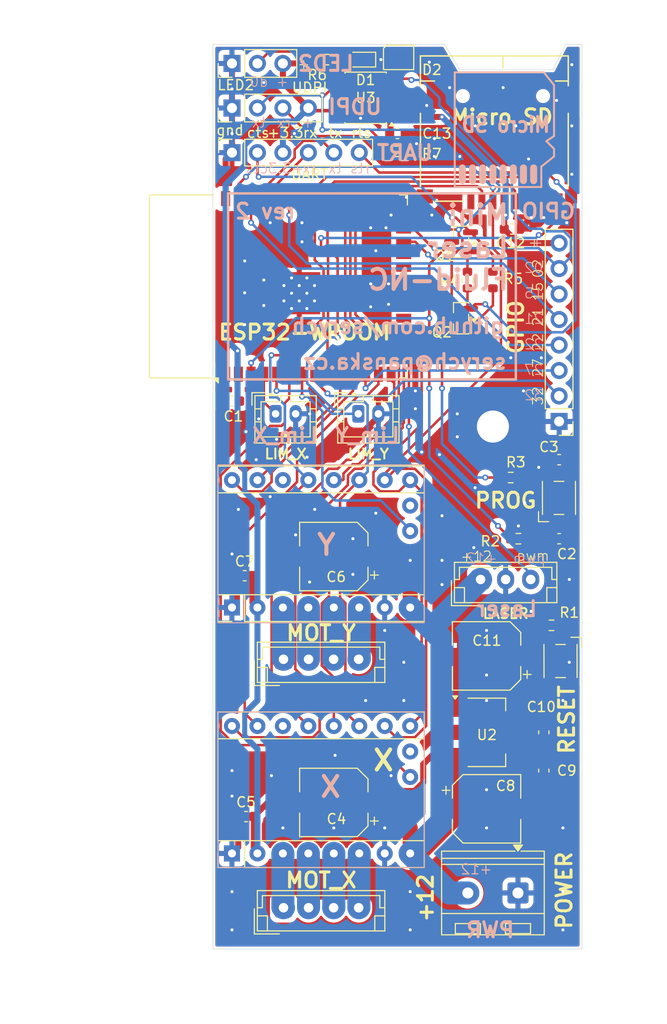
<source format=kicad_pcb>
(kicad_pcb (version 20241229) (generator "pcbnew") (generator_version "9.0")
  (title_block (title "Laser Cutter Flow NC control board") (date "2025-10-27") (rev "2") (company "© JaSoSe 2025"))
  (layers (0 "F.Cu" signal) (2 "B.Cu" signal) (13 "F.Paste" user) (15 "B.Paste" user) (5 "F.SilkS" user "F.Silkscreen") (7 "B.SilkS" user "B.Silkscreen") (1 "F.Mask" user) (3 "B.Mask" user) (25 "Edge.Cuts" user))
  (net 0 "")
  (net 1 "SCK")
  (net 2 "X_ST")
  (net 4 "X_DG")
  (net 5 "X_DIR")
  (net 6 "GND")
  (net 7 "+12V")
  (net 8 "Net-(A1-B1)")
  (net 9 "DSBL")
  (net 10 "+3.3V")
  (net 11 "CS_X")
  (net 12 "Net-(A1-B2)")
  (net 13 "Net-(A1-A2)")
  (net 14 "MOSI")
  (net 15 "Net-(A1-A1)")
  (net 16 "MISO")
  (net 19 "Y_ST")
  (net 20 "Y_DG")
  (net 21 "CS_Y")
  (net 22 "Net-(A2-B1)")
  (net 23 "Net-(A2-A1)")
  (net 24 "Y_DIR")
  (net 26 "Net-(A2-B2)")
  (net 27 "Net-(A2-A2)")
  (net 28 "Net-(C2-Pad1)")
  (net 29 "Net-(C3-Pad1)")
  (net 30 "Net-(D1-A)")
  (net 31 "TX")
  (net 32 "RX")
  (net 33 "X_LIM")
  (net 34 "LAS")
  (net 35 "/io32")
  (net 36 "/io27")
  (net 37 "/io21")
  (net 38 "/io22")
  (net 39 "/io15")
  (net 40 "Y_LIM")
  (net 41 "SD_DET")
  (net 42 "CS_SD")
  (net 43 "Net-(Q1-B)")
  (net 44 "Net-(D2-Di)")
  (net 45 "Net-(Q2-B)")
  (net 46 "/EN")
  (net 54 "Net-(D2-Do)")
  (net 55 "io02")
  (net 56 "/rts")
  (net 57 "/dtr")
  (net 60 "/rx412")
  (net 61 "io00")
  (footprint "Connector_JST:JST_PH_B2B-PH-K_1x02_P2.00mm_Vertical" (layer "F.Cu") (at 118.015 92.71)
    (property "Reference" "J4" (hide yes))
    (property "Value" "LIM_X")
  )
  (footprint "LED_SMD:LED_Cree-PLCC4_2x2mm_CW" (layer "F.Cu") (at 130.29 57.192)
    (property "Reference" "D2")
    (property "Value" "LED-WS2812B")
  )
  (footprint "Resistor_SMD:R_0603_1608Metric" (layer "F.Cu") (at 145.542 113.792)
    (property "Reference" "R1")
    (property "Value" "10k")
  )
  (footprint "Connector_PinHeader_2.54mm:PinHeader_1x03_P2.54mm_Vertical" (layer "F.Cu") (at 113.665 57.785 90)
    (property "Reference" "J11" (hide yes))
    (property "Value" "LED2")
  )
  (footprint "Package_TO_SOT_SMD:SOT-23" (layer "F.Cu") (at 136.525 83.185 180)
    (property "Reference" "Q2")
    (property "Value" "BC848")
  )
  (footprint "Package_TO_SOT_SMD:SOT-223-3_TabPin2" (layer "F.Cu") (at 139.065 124.46)
    (property "Reference" "U2")
    (property "Value" "AMS1117-3.3")
  )
  (footprint "Capacitor_SMD:C_0603_1608Metric" (layer "F.Cu") (at 113.665 91.44)
    (property "Reference" "C1")
    (property "Value" "100n")
  )
  (footprint "Connector_JST:JST_PH_B2B-PH-K_1x02_P2.00mm_Vertical" (layer "F.Cu") (at 126.27 92.71)
    (property "Reference" "J10" (hide yes))
    (property "Value" "LIM_Y")
  )
  (footprint "Connector_PinHeader_2.54mm:PinHeader_1x04_P2.54mm_Vertical" (layer "F.Cu") (at 113.665 62.23 90)
    (property "Reference" "J9" (hide yes))
    (property "Value" "UDPI")
  )
  (footprint "Resistor_SMD:R_0603_1608Metric" (layer "F.Cu") (at 137.16 79.375 90)
    (property "Reference" "R4")
    (property "Value" "10k")
  )
  (footprint "!moje:J_SD_Card-micro_socket_A" (layer "F.Cu") (at 140.716 64.516)
    (property "Reference" "J7" (hide yes))
    (property "Value" "Micro_SD" (hide yes))
  )
  (footprint "Connector_PinSocket_2.54mm:PinSocket_1x06_P2.54mm_Vertical" (layer "F.Cu") (at 113.665 66.675 90)
    (property "Reference" "J3" (hide yes))
    (property "Value" "UART")
  )
  (footprint "Capacitor_SMD:C_0603_1608Metric" (layer "F.Cu") (at 114.935 108.849)
    (property "Reference" "C7")
    (property "Value" "100n")
  )
  (footprint "Connector_JST:JST_EH_B3B-EH-A_1x03_P2.50mm_Vertical" (layer "F.Cu") (at 138.47 109.22)
    (property "Reference" "J5" (hide yes))
    (property "Value" "LASER")
  )
  (footprint "Capacitor_SMD:CP_Elec_6.3x7.7" (layer "F.Cu") (at 123.825 106.934 180)
    (property "Reference" "C6")
    (property "Value" "47u")
  )
  (footprint "RF_Module:ESP32-WROOM-32" (layer "F.Cu") (at 121.285 80.01 90)
    (property "Reference" "U1" (hide yes))
    (property "Value" "ESP32-WROOM")
  )
  (footprint "MountingHole:MountingHole_3.2mm_M3_DIN965_Pad" (layer "F.Cu") (at 139.7 93.98)
    (property "Reference" "H1" (hide yes))
    (property "Value" "MountingHole_Pad")
  )
  (footprint "Capacitor_SMD:C_0603_1608Metric" (layer "F.Cu") (at 144.78 128.27 -90)
    (property "Reference" "C9")
    (property "Value" "100n")
  )
  (footprint "Package_TO_SOT_SMD:SOT-23" (layer "F.Cu") (at 136.525 75.565 180)
    (property "Reference" "Q1")
    (property "Value" "BC848")
  )
  (footprint "Resistor_SMD:R_0603_1608Metric" (layer "F.Cu") (at 123.0885 57.404)
    (property "Reference" "R6")
    (property "Value" "2k2")
  )
  (footprint "Resistor_SMD:R_0603_1608Metric" (layer "F.Cu") (at 130.048 66.548)
    (property "Reference" "R7")
    (property "Value" "3k9")
  )
  (footprint "Capacitor_SMD:C_0603_1608Metric" (layer "F.Cu") (at 146.304 97.282)
    (property "Reference" "C3")
    (property "Value" "10n")
  )
  (footprint "Package_SO:SOIC-8_3.9x4.9mm_P1.27mm" (layer "F.Cu") (at 127 61.214 180)
    (property "Reference" "U3")
    (property "Value" "ATtiny412-SS")
  )
  (footprint "!moje:Pololu_Breakout-18_15.2x20.3mm" (layer "F.Cu") (at 113.665 136.525 90)
    (property "Reference" "A1" (hide yes))
    (property "Value" "X")
  )
  (footprint "Capacitor_SMD:C_0603_1608Metric" (layer "F.Cu") (at 115.062 132.852)
    (property "Reference" "C5")
    (property "Value" "100n")
  )
  (footprint "Capacitor_SMD:C_0603_1608Metric" (layer "F.Cu") (at 146.304 105.156)
    (property "Reference" "C2")
    (property "Value" "1u")
  )
  (footprint "!moje:SW_3x3mm" (layer "F.Cu") (at 146.445 117.35 -90)
    (property "Reference" "SW1" (hide yes))
    (property "Value" "RESET")
  )
  (footprint "Connector_PinHeader_2.54mm:PinHeader_1x08_P2.54mm_Vertical" (layer "F.Cu") (at 146.304 93.472 180)
    (property "Reference" "J2" (hide yes))
    (property "Value" "GPIO")
  )
  (footprint "Resistor_SMD:R_0603_1608Metric" (layer "F.Cu") (at 141.478 99.06)
    (property "Reference" "R3")
    (property "Value" "470")
  )
  (footprint "!moje:Pololu_Breakout-18_15.2x20.3mm" (layer "F.Cu") (at 113.665 112.014 90)
    (property "Reference" "A2" (hide yes))
    (property "Value" "Y")
  )
  (footprint "Capacitor_SMD:C_0603_1608Metric" (layer "F.Cu") (at 144.78 124.46 -90)
    (property "Reference" "C10")
    (property "Value" "100n")
  )
  (footprint "Resistor_SMD:R_0603_1608Metric" (layer "F.Cu") (at 142.24 105.156 180)
    (property "Reference" "R2")
    (property "Value" "470")
  )
  (footprint "Connector_JST:JST_EH_B4B-EH-A_1x04_P2.50mm_Vertical" (layer "F.Cu") (at 118.805 117.175)
    (property "Reference" "J8" (hide yes))
    (property "Value" "MOT_Y")
  )
  (footprint "Capacitor_SMD:C_0603_1608Metric" (layer "F.Cu") (at 141.605 74.295 180)
    (property "Reference" "C12")
    (property "Value" "100n")
  )
  (footprint "Resistor_SMD:R_0603_1608Metric" (layer "F.Cu") (at 139.7 79.375 -90)
    (property "Reference" "R5")
    (property "Value" "10k")
  )
  (footprint "Connector_JST:JST_EH_B4B-EH-A_1x04_P2.50mm_Vertical" (layer "F.Cu") (at 118.805 141.94)
    (property "Reference" "J1" (hide yes))
    (property "Value" "MOT_X")
  )
  (footprint "Capacitor_SMD:CP_Elec_6.3x7.7" (layer "F.Cu") (at 123.825 131.445 180)
    (property "Reference" "C4")
    (property "Value" "47u")
  )
  (footprint "Capacitor_SMD:CP_Elec_6.3x7.7" (layer "F.Cu") (at 139.065 132.08)
    (property "Reference" "C8")
    (property "Value" "47u")
  )
  (footprint "!moje:SW_3x3mm" (layer "F.Cu") (at 146.29 101.09 90)
    (property "Reference" "SW2" (hide yes))
    (property "Value" "PROG")
  )
  (footprint "Capacitor_SMD:CP_Elec_6.3x7.7" (layer "F.Cu") (at 139.065 116.84 180)
    (property "Reference" "C11")
    (property "Value" "47u")
  )
  (footprint "LED_SMD:LED_0603_1608Metric" (layer "F.Cu") (at 126.5175 57.404 180)
    (property "Reference" "D1")
    (property "Value" "PWR")
  )
  (footprint "TerminalBlock_RND:TerminalBlock_RND_205-00045_1x02_P5.00mm_Horizontal" (layer "F.Cu") (at 142.2 140.4675 180)
    (property "Reference" "J6" (hide yes))
    (property "Value" "POWER")
  )
  (footprint "Capacitor_SMD:C_0603_1608Metric" (layer "F.Cu") (at 130.175 64.77 180)
    (property "Reference" "C13")
    (property "Value" "100n")
  )
  (gr_rect (start 112.268 122.428) (end 132.842 137.922) (stroke (width 0.1)) (fill no) (layer "B.SilkS"))
  (gr_rect (start 113.284 70.739) (end 141.986 89.281) (stroke (width 0.25)) (fill no) (layer "B.SilkS"))
  (gr_line (start 142.748 68.199) (end 142.748 69.469) (stroke (width 0.7)) (layer "B.SilkS"))
  (gr_line (start 140.716 68.199) (end 140.716 69.469) (stroke (width 0.7)) (layer "B.SilkS"))
  (gr_line (start 136.652 68.199) (end 136.652 69.469) (stroke (width 0.7)) (layer "B.SilkS"))
  (gr_line (start 135.89 70.104) (end 135.89 58.674) (stroke (width 0.2)) (layer "B.SilkS"))
  (gr_line (start 144.526 70.104) (end 135.89 70.104) (stroke (width 0.2)) (layer "B.SilkS"))
  (gr_line (start 145.796 67.056) (end 144.526 68.072) (stroke (width 0.2)) (layer "B.SilkS"))
  (gr_line (start 137.668 68.199) (end 137.668 69.469) (stroke (width 0.7)) (layer "B.SilkS"))
  (gr_line (start 138.684 68.199) (end 138.684 69.469) (stroke (width 0.7)) (layer "B.SilkS"))
  (gr_line (start 141.732 68.199) (end 141.732 69.469) (stroke (width 0.7)) (layer "B.SilkS"))
  (gr_line (start 144.526 68.072) (end 144.526 70.104) (stroke (width 0.2)) (layer "B.SilkS"))
  (gr_line (start 139.7 68.199) (end 139.7 69.469) (stroke (width 0.7)) (layer "B.SilkS"))
  (gr_rect (start 112.268 97.79) (end 132.842 113.538) (stroke (width 0.1)) (fill no) (layer "B.SilkS"))
  (gr_line (start 145.796 66.294) (end 145.796 67.056) (stroke (width 0.2)) (layer "B.SilkS"))
  (gr_line (start 145.796 65.024) (end 145.034 65.532) (stroke (width 0.2)) (layer "B.SilkS"))
  (gr_line (start 135.89 58.674) (end 144.78 58.674) (stroke (width 0.2)) (layer "B.SilkS"))
  (gr_line (start 143.764 68.199) (end 143.764 69.469) (stroke (width 0.7)) (layer "B.SilkS"))
  (gr_line (start 145.034 65.532) (end 145.796 66.294) (stroke (width 0.2)) (layer "B.SilkS"))
  (gr_line (start 144.78 58.674) (end 145.796 59.944) (stroke (width 0.2)) (layer "B.SilkS"))
  (gr_line (start 145.796 59.944) (end 145.796 65.024) (stroke (width 0.2)) (layer "B.SilkS"))
  (gr_line (start 136.398 58.42) (end 134.874 55.88) (stroke (width 0.05)) (layer "Edge.Cuts"))
  (gr_line (start 111.76 146.05) (end 111.76 55.88) (stroke (width 0.05)) (layer "Edge.Cuts"))
  (gr_line (start 146.939 55.88) (end 145.669 58.42) (stroke (width 0.05)) (layer "Edge.Cuts"))
  (gr_line (start 148.59 55.88) (end 146.939 55.88) (stroke (width 0.05)) (layer "Edge.Cuts"))
  (gr_line (start 111.76 55.88) (end 134.874 55.88) (stroke (width 0.05)) (layer "Edge.Cuts"))
  (gr_line (start 111.76 146.05) (end 148.59 146.05) (stroke (width 0.05)) (layer "Edge.Cuts"))
  (gr_line (start 148.59 146.05) (end 148.59 55.88) (stroke (width 0.05)) (layer "Edge.Cuts"))
  (gr_line (start 145.669 58.42) (end 136.398 58.42) (stroke (width 0.05)) (layer "Edge.Cuts"))
  (gr_text "tx" (at 123.19 65.278 0) (layer "F.SilkS") (effects (font (size 1 1)) (justify left bottom)))
  (gr_text "+12" (at 136.398 107.51 0) (layer "F.SilkS") (effects (font (size 1 1) (thickness 0.1)) (justify left bottom)))
  (gr_text "02" (at 144.78 79.248 90) (layer "F.SilkS") (effects (font (size 1 1) (thickness 0.1)) (justify left bottom)))
  (gr_text "Micro SD" (at 135.382 64.008 0) (layer "F.SilkS") (effects (font (size 1.5 1.5) (thickness 0.3) (bold yes)) (justify left bottom)))
  (gr_text "+" (at 120.142 58.42 0) (layer "F.SilkS") (effects (font (size 1 1) (thickness 0.1)) (justify left bottom)))
  (gr_text "cts" (at 115.062 65.278 0) (layer "F.SilkS") (effects (font (size 1 1)) (justify left bottom)))
  (gr_text "22" (at 144.78 86.614 90) (layer "F.SilkS") (effects (font (size 1 1) (thickness 0.1)) (justify left bottom)))
  (gr_text "rx" (at 120.65 65.278 0) (layer "F.SilkS") (effects (font (size 1 1)) (justify left bottom)))
  (gr_text "21" (at 144.78 84.074 90) (layer "F.SilkS") (effects (font (size 1 1) (thickness 0.1)) (justify left bottom)))
  (gr_text "15" (at 144.78 81.534 90) (layer "F.SilkS") (effects (font (size 1 1) (thickness 0.1)) (justify left bottom)))
  (gr_text "+12" (at 133.858 143.51 90) (layer "F.SilkS") (effects (font (size 1.5 1.5) (thickness 0.3) (bold yes)) (justify left bottom)))
  (gr_text "32" (at 144.78 91.948 90) (layer "F.SilkS") (effects (font (size 1 1) (thickness 0.1)) (justify left bottom)))
  (gr_text "rts" (at 125.476 65.278 0) (layer "F.SilkS") (effects (font (size 1 1)) (justify left bottom)))
  (gr_text "+3.3" (at 117.094 65.278 0) (layer "F.SilkS") (effects (font (size 1 1)) (justify left bottom)))
  (gr_text "gnd" (at 112.014 65.024 0) (layer "F.SilkS") (effects (font (size 1 1)) (justify left bottom)))
  (gr_text "+" (at 144.526 75.184 180) (layer "F.SilkS") (effects (font (size 1 1) (thickness 0.1)) (justify left bottom)))
  (gr_text "pwm" (at 141.986 107.442 0) (layer "F.SilkS") (effects (font (size 1 1) (thickness 0.1)) (justify left bottom)))
  (gr_text "27" (at 144.78 89.154 90) (layer "F.SilkS") (effects (font (size 1 1) (thickness 0.1)) (justify left bottom)))
  (gr_text "Lim_X" (at 122.428 95.758 0) (layer "B.SilkS") (effects (font (size 1.5 1.5) (thickness 0.3) (bold yes)) (justify left bottom mirror)))
  (gr_text "cts" (at 117.348 68.834 0) (layer "B.SilkS") (effects (font (size 1 1) (thickness 0.1)) (justify left bottom mirror)))
  (gr_text "+12" (at 139.7 138.684 0) (layer "B.SilkS") (effects (font (size 1 1) (thickness 0.125)) (justify left bottom mirror)))
  (gr_text "Mini\nLaser\nFluid-NC" (at 141.478 80.518 0) (layer "B.SilkS") (effects (font (size 2 2) (thickness 0.4) (bold yes)) (justify left bottom mirror)))
  (gr_text "22" (at 144.78 86.36 0) (layer "B.SilkS") (effects (font (size 1 1) (thickness 0.1)) (justify left bottom mirror)))
  (gr_text "02" (at 144.78 78.74 0) (layer "B.SilkS") (effects (font (size 1 1) (thickness 0.1)) (justify left bottom mirror)))
  (gr_text "Laser" (at 144.272 113.03 0) (layer "B.SilkS") (effects (font (size 1.5 1.5) (thickness 0.3) (bold yes)) (justify left bottom mirror)))
  (gr_text "+" (at 144.78 76.2 0) (layer "B.SilkS") (effects (font (size 1 1) (thickness 0.1)) (justify left bottom mirror)))
  (gr_text "LED2" (at 125.984 58.674 0) (layer "B.SilkS") (effects (font (size 1.5 1.5) (thickness 0.3) (bold yes)) (justify left bottom mirror)))
  (gr_text "27" (at 144.78 88.9 0) (layer "B.SilkS") (effects (font (size 1 1) (thickness 0.1)) (justify left bottom mirror)))
  (gr_text "tx" (at 117.094 64.262 0) (layer "B.SilkS") (effects (font (size 1 1) (thickness 0.1)) (justify left bottom mirror)))
  (gr_text "21" (at 144.78 83.82 0) (layer "B.SilkS") (effects (font (size 1 1) (thickness 0.1)) (justify left bottom mirror)))
  (gr_text "X" (at 124.714 131.064 0) (layer "B.SilkS") (effects (font (size 2 2) (thickness 0.4) (bold yes)) (justify left bottom mirror)))
  (gr_text "pwm" (at 145.034 107.696 0) (layer "B.SilkS") (effects (font (size 1 1) (thickness 0.1)) (justify left bottom mirror)))
  (gr_text "UDPI" (at 128.778 62.992 0) (layer "B.SilkS") (effects (font (size 1.5 1.5) (thickness 0.3) (bold yes)) (justify left bottom mirror)))
  (gr_text "Y" (at 124.206 106.934 0) (layer "B.SilkS") (effects (font (size 2 2) (thickness 0.4) (bold yes)) (justify left bottom mirror)))
  (gr_text "rx" (at 119.634 64.262 0) (layer "B.SilkS") (effects (font (size 1 1) (thickness 0.1)) (justify left bottom mirror)))
  (gr_text "Micro SD" (at 145.542 64.77 0) (layer "B.SilkS") (effects (font (size 1.5 1.3) (thickness 0.3) (bold yes)) (justify left bottom mirror)))
  (gr_text "serych@panska.cz" (at 141.224 88.392 0) (layer "B.SilkS") (effects (font (size 1.5 1.5) (thickness 0.3) (bold yes)) (justify left bottom mirror)))
  (gr_text "+" (at 119.38 60.198 0) (layer "B.SilkS") (effects (font (size 1 1) (thickness 0.1)) (justify left bottom mirror)))
  (gr_text "rts" (at 127.508 68.834 0) (layer "B.SilkS") (effects (font (size 1 1) (thickness 0.1)) (justify left bottom mirror)))
  (gr_text "rev 2" (at 120.142 73.406 0) (layer "B.SilkS") (effects (font (size 1.5 1.5) (thickness 0.3) (bold yes)) (justify left bottom mirror)))
  (gr_text "+12" (at 140.208 107.696 0) (layer "B.SilkS") (effects (font (size 1 1) (thickness 0.1)) (justify left bottom mirror)))
  (gr_text "+3.3" (at 120.904 68.834 0) (layer "B.SilkS") (effects (font (size 1 1) (thickness 0.1)) (justify left bottom mirror)))
  (gr_text "tx" (at 124.714 68.834 0) (layer "B.SilkS") (effects (font (size 1 1) (thickness 0.1)) (justify left bottom mirror)))
  (gr_text "rx" (at 122.174 68.834 0) (layer "B.SilkS") (effects (font (size 1 1) (thickness 0.1)) (justify left bottom mirror)))
  (gr_text "PWR" (at 141.986 145.034 0) (layer "B.SilkS") (effects (font (size 1.5 1.5) (thickness 0.3) (bold yes)) (justify left bottom mirror)))
  (gr_text "15" (at 144.78 81.28 0) (layer "B.SilkS") (effects (font (size 1 1) (thickness 0.1)) (justify left bottom mirror)))
  (gr_text "d0" (at 117.348 60.198 0) (layer "B.SilkS") (effects (font (size 1 1) (thickness 0.1)) (justify left bottom mirror)))
  (gr_text "Lim_Y" (at 130.556 95.758 0) (layer "B.SilkS") (effects (font (size 1.5 1.5) (thickness 0.3) (bold yes)) (justify left bottom mirror)))
  (gr_text "github.com/serych" (at 140.97 84.836 0) (layer "B.SilkS") (effects (font (size 1.5 1.5) (thickness 0.3) (bold yes)) (justify left bottom mirror)))
  (gr_text "UART" (at 133.858 67.564 0) (layer "B.SilkS") (effects (font (size 1.5 1.5) (thickness 0.3) (bold yes)) (justify left bottom mirror)))
  (gr_text "GPIO" (at 148.082 73.406 0) (layer "B.SilkS") (effects (font (size 1.5 1.5) (thickness 0.3) (bold yes)) (justify left bottom mirror)))
  (gr_text "+" (at 121.92 64.262 0) (layer "B.SilkS") (effects (font (size 1 1) (thickness 0.1)) (justify left bottom mirror)))
  (gr_text "32" (at 144.78 91.44 0) (layer "B.SilkS") (effects (font (size 1 1) (thickness 0.1)) (justify left bottom mirror)))
  (segment (start 141.900968 70.487855) (end 141.900968 71.537855) (width 0.25) (layer "F.Cu") (net 1))
  (segment (start 123.894145 69.560855) (end 140.973968 69.560855) (width 0.25) (layer "F.Cu") (net 1))
  (segment (start 124.449 101.23) (end 124.449 111.045595) (width 0.25) (layer "F.Cu") (net 1))
  (segment (start 124.206 77.216) (end 123.195 76.205) (width 0.25) (layer "F.Cu") (net 1))
  (segment (start 124.206 85.09) (end 124.206 77.216) (width 0.25) (layer "F.Cu") (net 1))
  (segment (start 124.449 111.045595) (end 124.981 111.577595) (width 0.25) (layer "F.Cu") (net 1))
  (segment (start 123.195 70.26) (end 123.894145 69.560855) (width 0.25) (layer "F.Cu") (net 1))
  (segment (start 123.195 71.26) (end 123.195 70.26) (width 0.25) (layer "F.Cu") (net 1))
  (segment (start 123.195 76.205) (end 123.195 71.26) (width 0.25) (layer "F.Cu") (net 1))
  (segment (start 140.973968 69.560855) (end 141.900968 70.487855) (width 0.25) (layer "F.Cu") (net 1))
  (segment (start 126.365 99.314) (end 124.449 101.23) (width 0.25) (layer "F.Cu") (net 1))
  (segment (start 124.981 111.577595) (end 124.981 122.441) (width 0.25) (layer "F.Cu") (net 1))
  (segment (start 124.981 122.441) (end 126.365 123.825) (width 0.25) (layer "F.Cu") (net 1))
  (via (at 124.206 85.09) (size 0.6) (drill 0.3) (layers "F.Cu" "B.Cu") (net 1))
  (segment (start 123.444 85.09) (end 124.206 85.09) (width 0.25) (layer "B.Cu") (net 1))
  (segment (start 126.865514 91.509) (end 125.674486 91.509) (width 0.25) (layer "B.Cu") (net 1))
  (segment (start 125.674486 91.509) (end 124.924486 92.259) (width 0.25) (layer "B.Cu") (net 1))
  (segment (start 121.158 87.376) (end 123.444 85.09) (width 0.25) (layer "B.Cu") (net 1))
  (segment (start 127.196 98.483) (end 127.196 91.839486) (width 0.25) (layer "B.Cu") (net 1))
  (segment (start 127.196 91.839486) (end 126.865514 91.509) (width 0.25) (layer "B.Cu") (net 1))
  (segment (start 126.365 99.314) (end 127.196 98.483) (width 0.25) (layer "B.Cu") (net 1))
  (segment (start 124.924486 92.259) (end 123.755 92.259) (width 0.25) (layer "B.Cu") (net 1))
  (segment (start 123.755 92.259) (end 121.158 89.662) (width 0.25) (layer "B.Cu") (net 1))
  (segment (start 121.158 89.662) (end 121.158 87.376) (width 0.25) (layer "B.Cu") (net 1))
  (segment (start 114.935 104.716405) (end 120.159 99.492405) (width 0.25) (layer "F.Cu") (net 2))
  (segment (start 120.159 99.492405) (end 120.159 97.021) (width 0.25) (layer "F.Cu") (net 2))
  (segment (start 114.935 122.555) (end 114.935 104.716405) (width 0.25) (layer "F.Cu") (net 2))
  (segment (start 128.275 89.76) (end 128.275 88.76) (width 0.25) (layer "F.Cu") (net 2))
  (segment (start 126.248 90.932) (end 127.103 90.932) (width 0.25) (layer "F.Cu") (net 2))
  (segment (start 120.159 97.021) (end 126.248 90.932) (width 0.25) (layer "F.Cu") (net 2))
  (segment (start 116.205 123.825) (end 114.935 122.555) (width 0.25) (layer "F.Cu") (net 2))
  (segment (start 127.103 90.932) (end 128.275 89.76) (width 0.25) (layer "F.Cu") (net 2))
  (segment (start 118.610514 93.911) (end 118.941 93.580514) (width 0.25) (layer "F.Cu") (net 4))
  (segment (start 119.385 91.181) (end 119.385 88.76) (width 0.25) (layer "F.Cu") (net 4))
  (segment (start 112.539 124.291405) (end 112.539 98.847595) (width 0.25) (layer "F.Cu") (net 4))
  (segment (start 113.977595 125.73) (end 112.539 124.291405) (width 0.25) (layer "F.Cu") (net 4))
  (segment (start 112.539 98.847595) (end 117.475595 93.911) (width 0.25) (layer "F.Cu") (net 4))
  (segment (start 118.941 93.580514) (end 118.941 91.625) (width 0.25) (layer "F.Cu") (net 4))
  (segment (start 118.941 91.625) (end 119.385 91.181) (width 0.25) (layer "F.Cu") (net 4))
  (segment (start 117.475595 93.911) (end 118.610514 93.911) (width 0.25) (layer "F.Cu") (net 4))
  (segment (start 128.27 125.73) (end 113.977595 125.73) (width 0.25) (layer "F.Cu") (net 4))
  (segment (start 131.445 128.905) (end 128.27 125.73) (width 0.25) (layer "F.Cu") (net 4))
  (segment (start 122.699 99.492405) (end 122.699 98.789) (width 0.25) (layer "F.Cu") (net 5))
  (segment (start 118.872 107.552514) (end 118.872 103.319405) (width 0.25) (layer "F.Cu") (net 5))
  (segment (start 122.411 120.575514) (end 119.981 118.145514) (width 0.25) (layer "F.Cu") (net 5))
  (segment (start 114.791 124.951) (end 121.751405 124.951) (width 0.25) (layer "F.Cu") (net 5))
  (segment (start 122.411 124.291405) (end 122.411 120.575514) (width 0.25) (layer "F.Cu") (net 5))
  (segment (start 123.3 98.188) (end 124.206 98.188) (width 0.25) (layer "F.Cu") (net 5))
  (segment (start 129.851 89.64919) (end 129.851595 89.648595) (width 0.25) (layer "F.Cu") (net 5))
  (segment (start 129.851595 89.648595) (end 129.545 89.342) (width 0.25) (layer "F.Cu") (net 5))
  (segment (start 119.981 118.145514) (end 119.981 108.661514) (width 0.25) (layer "F.Cu") (net 5))
  (segment (start 129.545 89.342) (end 129.545 88.76) (width 0.25) (layer "F.Cu") (net 5))
  (segment (start 124.206 98.188) (end 125.108 97.286) (width 0.25) (layer "F.Cu") (net 5))
  (segment (start 129.851 92.964) (end 129.851 89.64919) (width 0.25) (layer "F.Cu") (net 5))
  (segment (start 122.699 98.789) (end 123.3 98.188) (width 0.25) (layer "F.Cu") (net 5))
  (segment (start 118.872 103.319405) (end 122.699 99.492405) (width 0.25) (layer "F.Cu") (net 5))
  (segment (start 113.665 123.825) (end 114.791 124.951) (width 0.25) (layer "F.Cu") (net 5))
  (segment (start 125.529 97.286) (end 129.851 92.964) (width 0.25) (layer "F.Cu") (net 5))
  (segment (start 121.751405 124.951) (end 122.411 124.291405) (width 0.25) (layer "F.Cu") (net 5))
  (segment (start 119.981 108.661514) (end 118.872 107.552514) (width 0.25) (layer "F.Cu") (net 5))
  (segment (start 125.108 97.286) (end 125.529 97.286) (width 0.25) (layer "F.Cu") (net 5))
  (segment (start 114.287 135.903) (end 113.665 136.525) (width 0.6) (layer "F.Cu") (net 6))
  (segment (start 113.665 60.325) (end 113.665 62.23) (width 0.6) (layer "F.Cu") (net 6))
  (segment (start 113.035 88.76) (end 113.035 91.295) (width 0.25) (layer "F.Cu") (net 6))
  (segment (start 142.38 74.295) (end 143.523 73.152) (width 0.6) (layer "F.Cu") (net 6))
  (segment (start 113.035 67.305) (end 113.035 71.26) (width 0.6) (layer "F.Cu") (net 6))
  (segment (start 113.665 62.23) (end 113.665 64.77) (width 0.6) (layer "F.Cu") (net 6))
  (segment (start 143.523 73.152) (end 144.78 73.152) (width 0.6) (layer "F.Cu") (net 6))
  (segment (start 143.299968 72.788855) (end 143.299968 71.671968) (width 0.6) (layer "F.Cu") (net 6))
  (segment (start 131.963 90.424) (end 131.963 92.202) (width 0.6) (layer "F.Cu") (net 6))
  (segment (start 131.963 86.243) (end 131.963 90.424) (width 0.6) (layer "F.Cu") (net 6))
  (segment (start 128.27 92.71) (end 128.27 92.985) (width 0.6) (layer "F.Cu") (net 6))
  (segment (start 143.165855 71.537855) (end 143.000968 71.537855) (width 0.6) (layer "F.Cu") (net 6))
  (segment (start 129.286 85.143) (end 129.286 81.788) (width 0.6) (layer "F.Cu") (net 6))
  (segment (start 114.287 132.852) (end 114.287 135.903) (width 0.6) (layer "F.Cu") (net 6))
  (segment (start 113.035 91.295) (end 112.89 91.44) (width 0.25) (layer "F.Cu") (net 6))
  (segment (start 143.299968 71.671968) (end 143.165855 71.537855) (width 0.6) (layer "F.Cu") (net 6))
  (segment (start 113.665 57.785) (end 113.665 60.325) (width 0.6) (layer "F.Cu") (net 6))
  (segment (start 135.915 122.16) (end 135.915 117.29) (width 1.5) (layer "F.Cu") (net 6))
  (segment (start 126.365 63.119) (end 126.492 63.246) (width 0.25) (layer "F.Cu") (net 6))
  (segment (start 135.915 117.29) (end 136.365 116.84) (width 1.5) (layer "F.Cu") (net 6))
  (segment (start 113.665 66.675) (end 113.035 67.305) (width 0.6) (layer "F.Cu") (net 6))
  (segment (start 129.286 81.788) (end 129.286 79.756) (width 0.6) (layer "F.Cu") (net 6))
  (segment (start 124.227 97.028) (end 121.158 97.028) (width 0.6) (layer "F.Cu") (net 6))
  (segment (start 130.795 85.72) (end 129.863 85.72) (width 0.6) (layer "F.Cu") (net 6))
  (segment (start 128.27 92.985) (end 124.227 97.028) (width 0.6) (layer "F.Cu") (net 6))
  (segment (start 113.665 64.77) (end 113.665 66.675) (width 0.6) (layer "F.Cu") (net 6))
  (segment (start 144.416855 72.788855) (end 143.299968 72.788855) (width 0.6) (layer "F.Cu") (net 6))
  (segment (start 124.525 63.119) (end 126.365 63.119) (width 0.25) (layer "F.Cu") (net 6))
  (segment (start 129.863 85.72) (end 129.286 85.143) (width 0.6) (layer "F.Cu") (net 6))
  (segment (start 130.795 85.72) (end 131.44 85.72) (width 0.6) (layer "F.Cu") (net 6))
  (segment (start 131.44 85.72) (end 131.963 86.243) (width 0.6) (layer "F.Cu") (net 6))
  (segment (start 144.78 73.152) (end 144.416855 72.788855) (width 0.6) (layer "F.Cu") (net 6))
  (segment (start 114.16 111.519) (end 113.665 112.014) (width 0.6) (layer "F.Cu") (net 6))
  (segment (start 114.16 108.849) (end 114.16 111.519) (width 0.6) (layer "F.Cu") (net 6))
  (via (at 113.665 140.335) (size 0.6) (drill 0.3) (layers "F.Cu" "B.Cu") (net 6))
  (via (at 143.256 67.31) (size 0.6) (drill 0.3) (layers "F.Cu" "B.Cu") (net 6))
  (via (at 139.065 121.285) (size 0.6) (drill 0.3) (layers "F.Cu" "B.Cu") (net 6))
  (via (at 137.795 106.045) (size 0.6) (drill 0.3) (layers "F.Cu" "B.Cu") (net 6))
  (via (at 147.574 68.834) (size 0.6) (drill 0.3) (layers "F.Cu" "B.Cu") (net 6))
  (via (at 123.952 126.746) (size 0.6) (drill 0.3) (layers "F.Cu" "B.Cu") (net 6))
  (via (at 139.065 114.3) (size 0.6) (drill 0.3) (layers "F.Cu" "B.Cu") (net 6))
  (via (at 114.3 102.235) (size 0.6) (drill 0.3) (layers "F.Cu" "B.Cu") (net 6))
  (via (at 129.286 81.788) (size 0.6) (drill 0.3) (layers "F.Cu" "B.Cu") (net 6))
  (via (at 120.65 75.565) (size 0.6) (drill 0.3) (layers "F.Cu" "B.Cu") (net 6))
  (via (at 133.858 65.278) (size 0.6) (drill 0.3) (layers "F.Cu" "B.Cu") (net 6))
  (via (at 121.412 109.474) (size 0.6) (drill 0.3) (layers "F.Cu" "B.Cu") (net 6))
  (via (at 116.84 59.69) (size 0.6) (drill 0.3) (layers "F.Cu" "B.Cu") (net 6))
  (via (at 144.78 73.152) (size 0.6) (drill 0.3) (layers "F.Cu" "B.Cu") (net 6))
  (via (at 147.32 109.22) (size 0.6) (drill 0.3) (layers "F.Cu" "B.Cu") (net 6))
  (via (at 134.62 102.87) (size 0.6) (drill 0.3) (layers "F.Cu" "B.Cu") (net 6))
  (via (at 146.685 133.985) (size 0.6) (drill 0.3) (layers "F.Cu" "B.Cu") (net 6))
  (via (at 117.475 100.965) (size 0.6) (drill 0.3) (layers "F.Cu" "B.Cu") (net 6))
  (via (at 119.888 64.77) (size 0.6) (drill 0.3) (layers "F.Cu" "B.Cu") (net 6))
  (via (at 146.05 61.468) (size 0.6) (drill 0.3) (layers "F.Cu" "B.Cu") (net 6))
  (via (at 137.922 100.076) (size 0.6) (drill 0.3) (layers "F.Cu" "B.Cu") (net 6))
  (via (at 118.11 95.25) (size 0.6) (drill 0.3) (layers "F.Cu" "B.Cu") (net 6))
  (via (at 128.016 102.616) (size 0.6) (drill 0.3) (layers "F.Cu" "B.Cu") (net 6))
  (via (at 131.963 92.202) (size 0.6) (drill 0.3) (layers "F.Cu" "B.Cu") (net 6))
  (via (at 114.935 77.47) (size 0.6) (drill 0.3) (layers "F.Cu" "B.Cu") (net 6))
  (via (at 115.062 94.488) (size 0.6) (drill 0.3) (layers "F.Cu" "B.Cu") (net 6))
  (via (at 135.382 60.198) (size 0.6) (drill 0.3) (layers "F.Cu" "B.Cu") (net 6))
  (via (at 129.032 74.168) (size 0.6) (drill 0.3) (layers "F.Cu" "B.Cu") (net 6))
  (via (at 141.986 64.008) (size 0.6) (drill 0.3) (layers "F.Cu" "B.Cu") (net 6))
  (via (at 146.685 121.285) (size 0.6) (drill 0.3) (layers "F.Cu" "B.Cu") (net 6))
  (via (at 130.81 121.285) (size 0.6) (drill 0.3) (layers "F.Cu" "B.Cu") (net 6))
  (via (at 128.524 57.404) (size 0.6) (drill 0.3) (layers "F.Cu" "B.Cu") (net 6))
  (via (at 120.015 104.775) (size 0.6) (drill 0.3) (layers "F.Cu" "B.Cu") (net 6))
  (via (at 125.73 105.156) (size 0.6) (drill 0.3) (layers "F.Cu" "B.Cu") (net 6))
  (via (at 133.096 61.976) (size 0.6) (drill 0.3) (layers "F.Cu" "B.Cu") (net 6))
  (via (at 131.963 90.424) (size 0.6) (drill 0.3) (layers "F.Cu" "B.Cu") (net 6))
  (via (at 114.935 83.82) (size 0.6) (drill 0.3) (layers "F.Cu" "B.Cu") (net 6))
  (via (at 140.716 60.198) (size 0.6) (drill 0.3) (layers "F.Cu" "B.Cu") (net 6))
  (via (at 134.62 107.315) (size 0.6) (drill 0.3) (layers "F.Cu" "B.Cu") (net 6))
  (via (at 144.526 87.122) (size 0.6) (drill 0.3) (layers "F.Cu" "B.Cu") (net 6))
  (via (at 143.523 73.152) (size 0.6) (drill 0.3) (layers "F.Cu" "B.Cu") (net 6))
  (via (at 129.54 128.778) (size 0.6) (drill 0.3) (layers "F.Cu" "B.Cu") (net 6))
  (via (at 133.604 72.898) (size 0.6) (drill 0.3) (layers "F.Cu" "B.Cu") (net 6))
  (via (at 127.508 79.756) (size 0.6) (drill 0.3) (layers "F.Cu" "B.Cu") (net 6))
  (via (at 117.602 128.778) (size 0.6) (drill 0.3) (layers "F.Cu" "B.Cu") (net 6))
  (via (at 146.685 144.145) (size 0.6) (drill 0.3) (layers "F.Cu" "B.Cu") (net 6))
  (via (at 139.065 130.175) (size 0.6) (drill 0.3) (layers "F.Cu" "B.Cu") (net 6))
  (via (at 147.066 73.66) (size 0.6) (drill 0.3) (layers "F.Cu" "B.Cu") (net 6))
  (via (at 142.875 101.6) (size 0.6) (drill 0.3) (layers "F.Cu" "B.Cu") (net 6))
  (via (at 120.65 73.66) (size 0.6) (drill 0.3) (layers "F.Cu" "B.Cu") (net 6))
  (via (at 144.272 98.044) (size 0.6) (drill 0.3) (layers "F.Cu" "B.Cu") (net 6))
  (via (at 113.665 64.77) (size 0.6) (drill 0.3) (layers "F.Cu" "B.Cu") (net 6))
  (via (at 127.508 74.168) (size 0.6) (drill 0.3) (layers "F.Cu" "B.Cu") (net 6))
  (via (at 146.685 140.335) (size 0.6) (drill 0.3) (layers "F.Cu" "B.Cu") (net 6))
  (via (at 130.81 117.475) (size 0.6) (drill 0.3) (layers "F.Cu" "B.Cu") (net 6))
  (via (at 142.24 103.886) (size 0.6) (drill 0.3) (layers "F.Cu" "B.Cu") (net 6))
  (via (at 134.366 96.774) (size 0.6) (drill 0.3) (layers "F.Cu" "B.Cu") (net 6))
  (via (at 131.445 144.145) (size 0.6) (drill 0.3) (layers "F.Cu" "B.Cu") (net 6))
  (via (at 136.398 67.056) (size 0.6) (drill 0.3) (layers "F.Cu" "B.Cu") (net 6))
  (via (at 132.08 65.786) (size 0.6) (drill 0.3) (layers "F.Cu" "B.Cu") (net 6))
  (via (at 136.144 92.71) (size 0.6) (drill 0.3) (layers "F.Cu" "B.Cu") (net 6))
  (via (at 126.492 63.246) (size 0.6) (drill 0.3) (layers "F.Cu" "B.Cu") (net 6))
  (via (at 113.665 144.145) (size 0.6) (drill 0.3) (layers "F.Cu" "B.Cu") (net 6))
  (via (at 142.748 90.424) (size 0.6) (drill 0.3) (layers "F.Cu" "B.Cu") (net 6))
  (via (at 116.078 97.282) (size 0.6) (drill 0.3) (layers "F.Cu" "B.Cu") (net 6))
  (via (at 114.935 80.645) (size 0.6) (drill 0.3) (layers "F.Cu" "B.Cu") (net 6))
  (via (at 121.158 97.028) (size 0.6) (drill 0.3) (layers "F.Cu" "B.Cu") (net 6))
  (via (at 131.445 107.315) (size 0.6) (drill 0.3) (layers "F.Cu" "B.Cu") (net 6))
  (via (at 127 121.285) (size 0.6) (drill 0.3) (layers "F.Cu" "B.Cu") (net 6))
  (via (at 133.858 67.056) (size 0.6) (drill 0.3) (layers "F.Cu" "B.Cu") (net 6))
  (via (at 133.35 57.658) (size 0.6) (drill 0.3) (layers "F.Cu" "B.Cu") (net 6))
  (via (at 147.574 57.912) (size 0.6) (drill 0.3) (layers "F.Cu" "B.Cu") (net 6))
  (via (at 136.144 94.996) (size 0.6) (drill 0.3) (layers "F.Cu" "B.Cu") (net 6))
  (via (at 118.745 133.985) (size 0.6) (drill 0.3) (layers "F.Cu" "B.Cu") (net 6))
  (via (at 128.905 114.3) (size 0.6) (drill 0.3) (layers "F.Cu" "B.Cu") (net 6))
  (via (at 113.665 60.325) (size 0.6) (drill 0.3) (layers "F.Cu" "B.Cu") (net 6))
  (via (at 121.92 102.235) (size 0.6) (drill 0.3) (layers "F.Cu" "B.Cu") (net 6))
  (via (at 116.332 93.218) (size 0.6) (drill 0.3) (layers "F.Cu" "B.Cu") (net 6))
  (via (at 147.32 117.475) (size 0.6) (drill 0.3) (layers "F.Cu" "B.Cu") (net 6))
  (via (at 141.478 87.122) (size 0.6) (drill 0.3) (layers "F.Cu" "B.Cu") (net 6))
  (via (at 123.825 133.985) (size 0.6) (drill 0.3) (layers "F.Cu" "B.Cu") (net 6))
  (via (at 113.665 106.68) (size 0.6) (drill 0.3) (layers "F.Cu" "B.Cu") (net 6))
  (via (at 128.016 76.454) (size 0.6) (drill 0.3) (layers "F.Cu" "B.Cu") (net 6))
  (via (at 143.51 112.395) (size 0.6) (drill 0.3) (layers "F.Cu" "B.Cu") (net 6))
  (via (at 139.065 118.745) (size 0.6) (drill 0.3) (layers "F.Cu" "B.Cu") (net 6))
  (via (at 137.922 64.008) (size 0.6) (drill 0.3) (layers "F.Cu" "B.Cu") (net 6))
  (via (at 131.445 140.335) (size 0.6) (drill 0.3) (layers "F.Cu" "B.Cu") (net 6))
  (via (at 129.286 79.756) (size 0.6) (drill 0.3) (layers "F.Cu" "B.Cu") (net 6))
  (via (at 134.62 109.728) (size 0.6) (drill 0.3) (layers "F.Cu" "B.Cu") (net 6))
  (via (at 121.412 92.71) (size 0.6) (drill 0.3) (layers "F.Cu" "B.Cu") (net 6))
  (via (at 125.73 108.712) (size 0.6) (drill 0.3) (layers "F.Cu" "B.Cu") (net 6))
  (via (at 116.84 81.915) (size 0.6) (drill 0.3) (layers "F.Cu" "B.Cu") (net 6))
  (via (at 113.665 130.81) (size 0.6) (drill 0.3) (layers "F.Cu" "B.Cu") (net 6))
  (via (at 116.84 79.375) (size 0.6) (drill 0.3) (layers "F.Cu" "B.Cu") (net 6))
  (via (at 128.905 133.985) (size 0.6) (drill 0.3) (layers "F.Cu" "B.Cu") (net 6))
  (via (at 127.508 82.042) (size 0.6) (drill 0.3) (layers "F.Cu" "B.Cu") (net 6))
  (via (at 132.588 96.52) (size 0.6) (drill 0.3) (layers "F.Cu" "B.Cu") (net 6))
  (via (at 113.665 128.27) (size 0.6) (drill 0.3) (layers "F.Cu" "B.Cu") (net 6))
  (via (at 117.475 73.66) (size 0.6) (drill 0.3) (layers "F.Cu" "B.Cu") (net 6))
  (via (at 129.54 72.898) (size 0.6) (drill 0.3) (layers "F.Cu" "B.Cu") (net 6))
  (via (at 147.574 64.008) (size 0.6) (drill 0.3) (layers "F.Cu" "B.Cu") (net 6))
  (via (at 131.064 71.12) (size 0.6) (drill 0.3) (layers "F.Cu" "B.Cu") (net 6))
  (via (at 139.065 133.985) (size 0.6) (drill 0.3) (layers "F.Cu" "B.Cu") (net 6))
  (segment (start 131.445 109.855) (end 131.445 112.014) (width 1.5) (layer "F.Cu") (net 7))
  (segment (start 131.445 136.525) (end 131.92 136.525) (width 2.3) (layer "F.Cu") (net 7))
  (segment (start 135.915 126.76) (end 135.915 127.635) (width 1.5) (layer "F.Cu") (net 7))
  (segment (start 131.92 136.525) (end 136.365 132.08) (width 2.3) (layer "F.Cu") (net 7))
  (segment (start 135.915 127.635) (end 135.915 131.63) (width 1.5) (layer "F.Cu") (net 7))
  (segment (start 126.525 131.445) (end 128.905 131.445) (width 1.5) (layer "F.Cu") (net 7))
  (segment (start 144.78 127.495) (end 136.055 127.495) (width 1.5) (layer "F.Cu") (net 7))
  (segment (start 136.225 131.94) (end 136.365 132.08) (width 2.3) (layer "F.Cu") (net 7))
  (segment (start 128.524 106.934) (end 131.445 109.855) (width 1.5) (layer "F.Cu") (net 7))
  (segment (start 128.905 131.445) (end 131.445 133.985) (width 1.5) (layer "F.Cu") (net 7))
  (segment (start 131.445 133.985) (end 131.445 136.525) (width 1.5) (layer "F.Cu") (net 7))
  (segment (start 126.525 106.934) (end 128.524 106.934) (width 1.5) (layer "F.Cu") (net 7))
  (segment (start 135.915 131.63) (end 136.365 132.08) (width 1.5) (layer "F.Cu") (net 7))
  (segment (start 136.055 127.495) (end 135.915 127.635) (width 1.5) (layer "F.Cu") (net 7))
  (segment (start 137.2 140.4675) (end 135.3875 140.4675) (width 2.3) (layer "B.Cu") (net 7))
  (segment (start 138.47 109.22) (end 138.43 109.22) (width 2.3) (layer "B.Cu") (net 7))
  (segment (start 135.3875 140.4675) (end 131.445 136.525) (width 2.3) (layer "B.Cu") (net 7))
  (segment (start 131.445 136.525) (end 134.62 133.35) (width 2.3) (layer "B.Cu") (net 7))
  (segment (start 134.62 133.35) (end 134.62 120.015) (width 2.3) (layer "B.Cu") (net 7))
  (segment (start 134.62 115.189) (end 133.5405 114.1095) (width 2.3) (layer "B.Cu") (net 7))
  (segment (start 138.43 109.22) (end 133.5405 114.1095) (width 2.3) (layer "B.Cu") (net 7))
  (segment (start 134.62 120.015) (end 134.62 115.189) (width 2.3) (layer "B.Cu") (net 7))
  (segment (start 133.5405 114.1095) (end 131.445 112.014) (width 2.3) (layer "B.Cu") (net 7))
  (segment (start 123.825 141.922) (end 123.807 141.94) (width 2.3) (layer "B.Cu") (net 8))
  (segment (start 123.825 136.525) (end 123.825 141.922) (width 2.3) (layer "B.Cu") (net 8))
  (segment (start 131.445 99.314) (end 130.319 100.44) (width 0.25) (layer "F.Cu") (net 9))
  (segment (start 132.588 100.457) (end 131.445 99.314) (width 0.25) (layer "F.Cu") (net 9))
  (segment (start 132.588 122.682) (end 132.588 100.457) (width 0.25) (layer "F.Cu") (net 9))
  (segment (start 130.319 100.44) (end 128.438595 100.44) (width 0.25) (layer "F.Cu") (net 9))
  (segment (start 127.779 99.780405) (end 127.779 98.535) (width 0.25) (layer "F.Cu") (net 9))
  (segment (start 132.588 93.726) (end 132.588 85.212) (width 0.25) (layer "F.Cu") (net 9))
  (segment (start 131.826 84.45) (end 130.795 84.45) (width 0.25) (layer "F.Cu") (net 9))
  (segment (start 128.438595 100.44) (end 127.779 99.780405) (width 0.25) (layer "F.Cu") (net 9))
  (segment (start 127.779 98.535) (end 132.588 93.726) (width 0.25) (layer "F.Cu") (net 9))
  (segment (start 132.588 85.212) (end 131.826 84.45) (width 0.25) (layer "F.Cu") (net 9))
  (segment (start 131.445 123.825) (end 132.588 122.682) (width 0.25) (layer "F.Cu") (net 9))
  (segment (start 129.531181 130.302) (end 129.373181 130.144) (width 0.6) (layer "F.Cu") (net 10))
  (segment (start 140.83 74.295) (end 142.227 75.692) (width 0.6) (layer "F.Cu") (net 10))
  (segment (start 115.837 132.852) (end 115.837 136.157) (width 0.6) (layer "F.Cu") (net 10))
  (segment (start 140.83 71.566887) (end 140.800968 71.537855) (width 0.6) (layer "F.Cu") (net 10))
  (segment (start 129.475 63.119) (end 128.849 62.493) (width 0.35) (layer "F.Cu") (net 10))
  (segment (start 118.545 130.144) (end 115.837 132.852) (width 0.6) (layer "F.Cu") (net 10))
  (segment (start 142.24 116.84) (end 142.215 116.865) (width 1.5) (layer "F.Cu") (net 10))
  (segment (start 141.765 116.84) (end 142.24 116.84) (width 1.5) (layer "F.Cu") (net 10))
  (segment (start 121.857 57.404) (end 122.2635 57.404) (width 0.6) (layer "F.Cu") (net 10))
  (segment (start 118.745 59.69) (end 121.285 62.23) (width 0.6) (layer "F.Cu") (net 10))
  (segment (start 144.78 123.685) (end 142.99 123.685) (width 1.5) (layer "F.Cu") (net 10))
  (segment (start 142.227 75.692) (end 146.304 75.692) (width 0.6) (layer "F.Cu") (net 10))
  (segment (start 129.373181 130.144) (end 118.545 130.144) (width 0.6) (layer "F.Cu") (net 10))
  (segment (start 128.849 62.493) (end 121.548 62.493) (width 0.35) (layer "F.Cu") (net 10))
  (segment (start 135.915 124.46) (end 132.746 127.629) (width 0.6) (layer "F.Cu") (net 10))
  (segment (start 114.305 88.76) (end 114.305 91.305) (width 0.25) (layer "F.Cu") (net 10))
  (segment (start 114.305 91.305) (end 114.44 91.44) (width 0.25) (layer "F.Cu") (net 10))
  (segment (start 129.475 63.119) (end 129.475 64.695) (width 0.6) (layer "F.Cu") (net 10))
  (segment (start 118.745 57.785) (end 118.745 59.69) (width 0.6) (layer "F.Cu") (net 10))
  (segment (start 115.71 111.519) (end 116.205 112.014) (width 0.6) (layer "F.Cu") (net 10))
  (segment (start 140.83 74.295) (end 140.83 71.566887) (width 0.6) (layer "F.Cu") (net 10))
  (segment (start 115.71 108.849) (end 115.71 111.519) (width 0.6) (layer "F.Cu") (net 10))
  (segment (start 115.837 136.157) (end 116.205 136.525) (width 0.6) (layer "F.Cu") (net 10))
  (segment (start 132.746 129.443892) (end 131.887892 130.302) (width 0.6) (layer "F.Cu") (net 10))
  (segment (start 129.475 64.695) (end 129.4 64.77) (width 0.6) (layer "F.Cu") (net 10))
  (segment (start 129.077 58.205) (end 123.0645 58.205) (width 0.25) (layer "F.Cu") (net 10))
  (segment (start 121.476 57.785) (end 121.857 57.404) (width 0.6) (layer "F.Cu") (net 10))
  (segment (start 144.717 113.888) (end 141.765 116.84) (width 0.25) (layer "F.Cu") (net 10))
  (segment (start 134.62 63.119) (end 129.475 63.119) (width 0.6) (layer "F.Cu") (net 10))
  (segment (start 135.915 124.46) (end 142.215 124.46) (width 1.5) (layer "F.Cu") (net 10))
  (segment (start 114.22 88.675) (end 114.305 88.76) (width 0.6) (layer "F.Cu") (net 10))
  (segment (start 131.887892 130.302) (end 129.531181 130.302) (width 0.6) (layer "F.Cu") (net 10))
  (segment (start 114.22 86.43) (end 114.22 88.675) (width 0.6) (layer "F.Cu") (net 10))
  (segment (start 142.215 116.865) (end 142.215 124.46) (width 1.5) (layer "F.Cu") (net 10))
  (segment (start 123.0645 58.205) (end 122.2635 57.404) (width 0.25) (layer "F.Cu") (net 10))
  (segment (start 121.548 62.493) (end 121.285 62.23) (width 0.25) (layer "F.Cu") (net 10))
  (segment (start 142.99 123.685) (end 142.215 124.46) (width 1.5) (layer "F.Cu") (net 10))
  (segment (start 118.745 57.785) (end 121.476 57.785) (width 0.6) (layer "F.Cu") (net 10))
  (segment (start 144.717 113.792) (end 144.717 113.888) (width 0.25) (layer "F.Cu") (net 10))
  (segment (start 132.746 127.629) (end 132.746 129.443892) (width 0.6) (layer "F.Cu") (net 10))
  (segment (start 129.54 57.742) (end 129.077 58.205) (width 0.25) (layer "F.Cu") (net 10))
  (via (at 140.97 72.898) (size 0.6) (drill 0.3) (layers "F.Cu" "B.Cu") (net 10))
  (via (at 134.62 63.119) (size 0.6) (drill 0.3) (layers "F.Cu" "B.Cu") (net 10))
  (via (at 114.22 86.43) (size 0.6) (drill 0.3) (layers "F.Cu" "B.Cu") (net 10))
  (segment (start 134.62 63.119) (end 140.97 69.469) (width 0.6) (layer "B.Cu") (net 10))
  (segment (start 114.95 67.552702) (end 114.96 67.562702) (width 0.25) (layer "B.Cu") (net 10))
  (segment (start 116.205 126.111) (end 115.062 124.968) (width 0.6) (layer "B.Cu") (net 10))
  (segment (start 121.285 62.23) (end 119.934 63.581) (width 0.6) (layer "B.Cu") (net 10))
  (segment (start 118.872 63.581) (end 117.267 63.581) (width 0.6) (layer "B.Cu") (net 10))
  (segment (start 114.96 67.562702) (end 114.96 67.94) (width 0.5) (layer "B.Cu") (net 10))
  (segment (start 140.97 69.469) (end 140.97 72.898) (width 0.6) (layer "B.Cu") (net 10))
  (segment (start 114.94 98.25) (end 114.94 100.45) (width 0.5) (layer "B.Cu") (net 10))
  (segment (start 113.03 85.25) (end 113.18 85.4) (width 0.6) (layer "B.Cu") (net 10))
  (segment (start 140.97 72.898) (end 140.97 73.152) (width 0.6) (layer "B.Cu") (net 10))
  (segment (start 114.21 86.43) (end 114.22 86.43) (width 0.6) (layer "B.Cu") (net 10))
  (segment (start 114.96 67.94) (end 113.03 69.87) (width 0.6) (layer "B.Cu") (net 10))
  (segment (start 116.205 101.715) (end 114.94 100.45) (width 0.6) (layer "B.Cu") (net 10))
  (segment (start 113.03 69.87) (end 113.03 85.25) (width 0.6) (layer "B.Cu") (net 10))
  (segment (start 116.205 112.014) (end 116.205 121.285) (width 0.6) (layer "B.Cu") (net 10))
  (segment (start 117.267 63.581) (end 115.062 65.786) (width 0.6) (layer "B.Cu") (net 10))
  (segment (start 115.062 65.786) (end 114.95 65.898) (width 0.25) (layer "B.Cu") (net 10))
  (segment (start 119.934 63.581) (end 118.872 63.581) (width 0.6) (layer "B.Cu") (net 10))
  (segment (start 114.22 97.53) (end 114.94 98.25) (width 0.6) (layer "B.Cu") (net 10))
  (segment (start 118.745 66.675) (end 118.745 63.708) (width 0.6) (layer "B.Cu") (net 10))
  (segment (start 114.935 122.555) (end 115.062 122.428) (width 0.5) (layer "B.Cu") (net 10))
  (segment (start 118.745 63.708) (end 118.872 63.581) (width 0.6) (layer "B.Cu") (net 10))
  (segment (start 115.062 124.968) (end 114.935 124.841) (width 0.5) (layer "B.Cu") (net 10))
  (segment (start 116.205 136.525) (end 116.205 126.111) (width 0.6) (layer "B.Cu") (net 10))
  (segment (start 114.95 65.898) (end 114.95 67.552702) (width 0.5) (layer "B.Cu") (net 10))
  (segment (start 116.205 121.285) (end 115.062 122.428) (width 0.6) (layer "B.Cu") (net 10))
  (segment (start 116.205 112.014) (end 116.205 101.715) (width 0.6) (layer "B.Cu") (net 10))
  (segment (start 114.935 124.841) (end 114.935 122.555) (width 0.5) (layer "B.Cu") (net 10))
  (segment (start 113.18 85.4) (end 114.21 86.43) (width 0.6) (layer "B.Cu") (net 10))
  (segment (start 114.22 86.43) (end 114.22 97.53) (width 0.6) (layer "B.Cu") (net 10))
  (segment (start 130.692 93.720702) (end 130.81 93.602702) (width 0.25) (layer "F.Cu") (net 11))
  (segment (start 123.358595 110.888) (end 123.358595 101.66081) (width 0.25) (layer "F.Cu") (net 11))
  (segment (start 125.222 99.797405) (end 125.222 99.568) (width 0.25) (layer "F.Cu") (net 11))
  (segment (start 130.692 94.098) (end 130.692 93.720702) (width 0.25) (layer "F.Cu") (net 11))
  (segment (start 123.825 123.825) (end 123.825 118.983115) (width 0.25) (layer "F.Cu") (net 11))
  (segment (start 125.222 99.568) (end 125.239 99.551) (width 0.25) (layer "F.Cu") (net 11))
  (segment (start 125.898595 98.188) (end 126.602 98.188) (width 0.25) (layer "F.Cu") (net 11))
  (segment (start 125.476 73.406) (end 127.005 71.877) (width 0.25) (layer "F.Cu") (net 11))
  (segment (start 125.239 98.847595) (end 125.898595 98.188) (width 0.25) (layer "F.Cu") (net 11))
  (segment (start 127.005 71.877) (end 127.005 71.26) (width 0.25) (layer "F.Cu") (net 11))
  (segment (start 123.825 118.983115) (end 122.629 117.787115) (width 0.25) (layer "F.Cu") (net 11))
  (segment (start 123.358595 101.66081) (end 125.222 99.797405) (width 0.25) (layer "F.Cu") (net 11))
  (segment (start 125.239 99.551) (end 125.239 98.847595) (width 0.25) (layer "F.Cu") (net 11))
  (segment (start 126.602 98.188) (end 130.692 94.098) (width 0.25) (layer "F.Cu") (net 11))
  (segment (start 129.416702 87.122) (end 125.476 83.181298) (width 0.25) (layer "F.Cu") (net 11))
  (segment (start 122.629 111.617595) (end 123.358595 110.888) (width 0.25) (layer "F.Cu") (net 11))
  (segment (start 130.81 87.122) (end 129.416702 87.122) (width 0.25) (layer "F.Cu") (net 11))
  (segment (start 130.81 93.602702) (end 130.81 87.122) (width 0.25) (layer "F.Cu") (net 11))
  (segment (start 122.629 117.787115) (end 122.629 111.617595) (width 0.25) (layer "F.Cu") (net 11))
  (segment (start 125.476 83.181298) (end 125.476 73.406) (width 0.25) (layer "F.Cu") (net 11))
  (segment (start 126.326 137.199) (end 126.326 141.94) (width 2.3) (layer "B.Cu") (net 12))
  (segment (start 126.365 136.525) (end 126.365 137.16) (width 2.3) (layer "B.Cu") (net 12))
  (segment (start 126.365 137.16) (end 126.326 137.199) (width 2.3) (layer "B.Cu") (net 12))
  (segment (start 118.745 141.88) (end 118.805 141.94) (width 2.3) (layer "B.Cu") (net 13))
  (segment (start 118.745 136.525) (end 118.745 141.88) (width 2.3) (layer "B.Cu") (net 13))
  (segment (start 140.501 77.01569) (end 140.501 87.089582) (width 0.25) (layer "F.Cu") (net 14))
  (segment (start 139.7 71.536887) (end 139.700968 71.537855) (width 0.25) (layer "F.Cu") (net 14))
  (segment (start 140.501 87.089582) (end 128.905 98.685582) (width 0.25) (layer "F.Cu") (net 14))
  (segment (start 130.031 98.188) (end 128.905 99.314) (width 0.25) (layer "F.Cu") (net 14))
  (segment (start 128.905 123.825) (end 130.031 124.951) (width 0.25) (layer "F.Cu") (net 14))
  (segment (start 131.911405 124.951) (end 133.039 123.823405) (width 0.25) (layer "F.Cu") (net 14))
  (segment (start 139.700968 71.537855) (end 139.700968 76.215658) (width 0.25) (layer "F.Cu") (net 14))
  (segment (start 130.031 124.951) (end 131.911405 124.951) (width 0.25) (layer "F.Cu") (net 14))
  (segment (start 128.905 98.685582) (end 128.905 99.314) (width 0.25) (layer "F.Cu") (net 14))
  (segment (start 114.305 69.845) (end 114.305 71.26) (width 0.25) (layer "F.Cu") (net 14))
  (segment (start 131.911405 98.188) (end 130.031 98.188) (width 0.25) (layer "F.Cu") (net 14))
  (segment (start 133.039 99.315595) (end 131.911405 98.188) (width 0.25) (layer "F.Cu") (net 14))
  (segment (start 133.039 123.823405) (end 133.039 99.315595) (width 0.25) (layer "F.Cu") (net 14))
  (segment (start 139.700968 76.215658) (end 140.501 77.01569) (width 0.25) (layer "F.Cu") (net 14))
  (segment (start 139.7 70.185855) (end 139.7 71.536887) (width 0.25) (layer "F.Cu") (net 14))
  (segment (start 115.062 69.088) (end 114.305 69.845) (width 0.25) (layer "F.Cu") (net 14))
  (via (at 115.062 69.088) (size 0.6) (drill 0.3) (layers "F.Cu" "B.Cu") (net 14))
  (via (at 139.7 70.185855) (size 0.6) (drill 0.3) (layers "F.Cu" "B.Cu") (net 14))
  (segment (start 115.062 69.088) (end 116.078 68.072) (width 0.25) (layer "B.Cu") (net 14))
  (segment (start 116.078 68.072) (end 137.586145 68.072) (width 0.25) (layer "B.Cu") (net 14))
  (segment (start 137.586145 68.072) (end 139.7 70.185855) (width 0.25) (layer "B.Cu") (net 14))
  (segment (start 121.306 137.181) (end 121.306 141.94) (width 2.3) (layer "B.Cu") (net 15))
  (segment (start 121.285 136.525) (end 121.285 137.16) (width 2.3) (layer "B.Cu") (net 15))
  (segment (start 121.285 137.16) (end 121.306 137.181) (width 2.3) (layer "B.Cu") (net 15))
  (segment (start 117.856 86.868) (end 117.602 86.868) (width 0.25) (layer "F.Cu") (net 16))
  (segment (start 117.619 102.98) (end 117.619 120.159) (width 0.25) (layer "F.Cu") (net 16))
  (segment (start 121.925 77.388) (end 122.801 78.264) (width 0.25) (layer "F.Cu") (net 16))
  (segment (start 123.075145 69.109855) (end 142.722968 69.109855) (width 0.25) (layer "F.Cu") (net 16))
  (segment (start 117.619 120.159) (end 121.285 123.825) (width 0.25) (layer "F.Cu") (net 16))
  (segment (start 121.925 71.26) (end 121.925 77.388) (width 0.25) (layer "F.Cu") (net 16))
  (segment (start 121.925 71.26) (end 121.925 70.26) (width 0.25) (layer "F.Cu") (net 16))
  (segment (start 119.049 86.868) (end 117.856 86.868) (width 0.25) (layer "F.Cu") (net 16))
  (segment (start 142.722968 69.109855) (end 144.100968 70.487855) (width 0.25) (layer "F.Cu") (net 16))
  (segment (start 121.285 99.314) (end 117.619 102.98) (width 0.25) (layer "F.Cu") (net 16))
  (segment (start 122.801 83.116) (end 119.049 86.868) (width 0.25) (layer "F.Cu") (net 16))
  (segment (start 144.100968 70.487855) (end 144.100968 71.537855) (width 0.25) (layer "F.Cu") (net 16))
  (segment (start 121.925 70.26) (end 123.075145 69.109855) (width 0.25) (layer "F.Cu") (net 16))
  (segment (start 122.801 78.264) (end 122.801 83.116) (width 0.25) (layer "F.Cu") (net 16))
  (via (at 117.602 86.868) (size 0.6) (drill 0.3) (layers "F.Cu" "B.Cu") (net 16))
  (segment (start 117.484 91.068) (end 118.169514 91.068) (width 0.25) (layer "B.Cu") (net 16))
  (segment (start 117.484 86.986) (end 117.484 91.068) (width 0.25) (layer "B.Cu") (net 16))
  (segment (start 118.941 91.839486) (end 118.941 96.97) (width 0.25) (layer "B.Cu") (net 16))
  (segment (start 118.169514 91.068) (end 118.941 91.839486) (width 0.25) (layer "B.Cu") (net 16))
  (segment (start 118.941 96.97) (end 121.285 99.314) (width 0.25) (layer "B.Cu") (net 16))
  (segment (start 117.602 86.868) (end 117.484 86.986) (width 0.25) (layer "B.Cu") (net 16))
  (segment (start 116.205 99.314) (end 124.465 91.054) (width 0.25) (layer "F.Cu") (net 19))
  (segment (start 116.205 99.314) (end 116.332 99.314) (width 0.25) (layer "F.Cu") (net 19))
  (segment (start 124.465 91.054) (end 124.465 88.76) (width 0.25) (layer "F.Cu") (net 19))
  (segment (start 120.655 90.999) (end 120.655 88.76) (width 0.25) (layer "F.Cu") (net 20))
  (via (at 120.655 90.999) (size 0.6) (drill 0.3) (layers "F.Cu" "B.Cu") (net 20))
  (segment (start 122.682 100.051405) (end 123.976595 101.346) (width 0.25) (layer "B.Cu") (net 20))
  (segment (start 131.445 104.267) (end 131.445 104.394) (width 0.25) (layer "B.Cu") (net 20))
  (segment (start 120.655 90.999) (end 121.225 90.999) (width 0.25) (layer "B.Cu") (net 20))
  (segment (start 122.682 92.456) (end 122.682 100.051405) (width 0.25) (layer "B.Cu") (net 20))
  (segment (start 121.225 90.999) (end 122.682 92.456) (width 0.25) (layer "B.Cu") (net 20))
  (segment (start 123.976595 101.346) (end 128.524 101.346) (width 0.25) (layer "B.Cu") (net 20))
  (segment (start 128.524 101.346) (end 131.445 104.267) (width 0.25) (layer "B.Cu") (net 20))
  (segment (start 130.302 87.684) (end 130.302 87.63) (width 0.25) (layer "F.Cu") (net 21))
  (segment (start 124.714 99.314) (end 124.788 99.24) (width 0.25) (layer "F.Cu") (net 21))
  (segment (start 123.825 99.314) (end 124.714 99.314) (width 0.25) (layer "F.Cu") (net 21))
  (segment (start 125.711785 97.737) (end 126.291 97.737) (width 0.25) (layer "F.Cu") (net 21))
  (segment (start 130.302 93.472892) (end 130.302 89.836) (width 0.25) (layer "F.Cu") (net 21))
  (segment (start 130.302 87.63) (end 129.286 87.63) (width 0.25) (layer "F.Cu") (net 21))
  (segment (start 129.286 87.63) (end 124.968 83.312) (width 0.25) (layer "F.Cu") (net 21))
  (segment (start 126.291 97.737) (end 130.241 93.787) (width 0.25) (layer "F.Cu") (net 21))
  (segment (start 125.735 72.385) (end 125.735 71.26) (width 0.25) (layer "F.Cu") (net 21))
  (segment (start 130.302 89.836) (end 130.321 89.836) (width 0.25) (layer "F.Cu") (net 21))
  (segment (start 124.788 98.660785) (end 125.711785 97.737) (width 0.25) (layer "F.Cu") (net 21))
  (segment (start 130.241 93.533892) (end 130.302 93.472892) (width 0.25) (layer "F.Cu") (net 21))
  (segment (start 124.968 83.312) (end 124.968 73.152) (width 0.25) (layer "F.Cu") (net 21))
  (segment (start 130.321 89.836) (end 130.321 87.684) (width 0.25) (layer "F.Cu") (net 21))
  (segment (start 124.788 99.24) (end 124.788 98.660785) (width 0.25) (layer "F.Cu") (net 21))
  (segment (start 130.241 93.787) (end 130.241 93.533892) (width 0.25) (layer "F.Cu") (net 21))
  (segment (start 130.321 87.684) (end 130.302 87.684) (width 0.25) (layer "F.Cu") (net 21))
  (segment (start 124.968 73.152) (end 125.735 72.385) (width 0.25) (layer "F.Cu") (net 21))
  (segment (start 123.825 117.155) (end 123.805 117.175) (width 2.3) (layer "B.Cu") (net 22))
  (segment (start 123.825 112.014) (end 123.825 117.155) (width 2.3) (layer "B.Cu") (net 22))
  (segment (start 121.305 117.175) (end 121.305 113.110948) (width 2.3) (layer "B.Cu") (net 23))
  (segment (start 121.306 113.109948) (end 121.306 112.014) (width 2.3) (layer "B.Cu") (net 23))
  (segment (start 121.305 113.110948) (end 121.306 113.109948) (width 2.3) (layer "B.Cu") (net 23))
  (segment (start 116.671405 100.44) (end 117.619 99.492405) (width 0.25) (layer "F.Cu") (net 24))
  (segment (start 113.665 99.314) (end 114.791 100.44) (width 0.25) (layer "F.Cu") (net 24))
  (segment (start 117.619 98.53781) (end 125.735 90.42181) (width 0.25) (layer "F.Cu") (net 24))
  (segment (start 117.619 99.492405) (end 117.619 98.53781) (width 0.25) (layer "F.Cu") (net 24))
  (segment (start 114.791 100.44) (end 116.671405 100.44) (width 0.25) (layer "F.Cu") (net 24))
  (segment (start 125.735 90.42181) (end 125.735 88.76) (width 0.25) (layer "F.Cu") (net 24))
  (segment (start 126.365 117.136) (end 126.326 117.175) (width 2.3) (layer "B.Cu") (net 26))
  (segment (start 126.365 112.014) (end 126.365 117.136) (width 2.3) (layer "B.Cu") (net 26))
  (segment (start 118.805 112.074) (end 118.745 112.014) (width 2.3) (layer "B.Cu") (net 27))
  (segment (start 118.805 117.175) (end 118.805 112.074) (width 2.3) (layer "B.Cu") (net 27))
  (segment (start 146.367 113.792) (end 145.542 113.792) (width 0.25) (layer "F.Cu") (net 28))
  (segment (start 145.542 106.997) (end 143.701 105.156) (width 0.25) (layer "F.Cu") (net 28))
  (segment (start 145.529 105.156) (end 143.065 105.156) (width 0.25) (layer "F.Cu") (net 28))
  (segment (start 143.701 105.156) (end 143.065 105.156) (width 0.25) (layer "F.Cu") (net 28))
  (segment (start 145.415 119.15) (end 145.415 115.57) (width 0.25) (layer "F.Cu") (net 28))
  (segment (start 145.415 115.57) (end 145.542 115.443) (width 0.25) (layer "F.Cu") (net 28))
  (segment (start 145.542 115.443) (end 145.542 106.997) (width 0.25) (layer "F.Cu") (net 28))
  (segment (start 145.529 99.031) (end 145.27 99.29) (width 0.25) (layer "F.Cu") (net 29))
  (segment (start 142.303 99.06) (end 145.04 99.06) (width 0.25) (layer "F.Cu") (net 29))
  (segment (start 145.27 102.86875) (end 145.26875 102.87) (width 0.25) (layer "F.Cu") (net 29))
  (segment (start 145.27 99.29) (end 145.27 102.86875) (width 0.25) (layer "F.Cu") (net 29))
  (segment (start 145.529 97.282) (end 145.529 99.031) (width 0.25) (layer "F.Cu") (net 29))
  (segment (start 145.04 99.06) (end 145.27 99.29) (width 0.25) (layer "F.Cu") (net 29))
  (segment (start 123.9135 57.404) (end 125.73 57.404) (width 0.25) (layer "F.Cu") (net 30))
  (segment (start 116.845 70.26) (end 116.845 71.26) (width 0.25) (layer "F.Cu") (net 31))
  (segment (start 119.921 66.375884) (end 119.921 67.184) (width 0.25) (layer "F.Cu") (net 31))
  (segment (start 122.649 65.499) (end 120.797884 65.499) (width 0.25) (layer "F.Cu") (net 31))
  (segment (start 119.921 67.184) (end 116.845 70.26) (width 0.25) (layer "F.Cu") (net 31))
  (segment (start 123.825 66.675) (end 122.649 65.499) (width 0.25) (layer "F.Cu") (net 31))
  (segment (start 120.797884 65.499) (end 119.921 66.375884) (width 0.25) (layer "F.Cu") (net 31))
  (segment (start 121.285 66.675) (end 118.115 69.845) (width 0.25) (layer "F.Cu") (net 32))
  (segment (start 118.115 69.845) (end 118.115 71.26) (width 0.25) (layer "F.Cu") (net 32))
  (segment (start 116.845 88.76) (end 116.845 91.54) (width 0.25) (layer "F.Cu") (net 33))
  (segment (start 116.845 91.54) (end 118.015 92.71) (width 0.25) (layer "F.Cu") (net 33))
  (segment (start 129.851 86.671) (end 125.984 82.804) (width 0.25) (layer "F.Cu") (net 34))
  (segment (start 131.318 93.98) (end 131.318 86.99219) (width 0.25) (layer "F.Cu") (net 34))
  (segment (start 128.07 71.465) (end 128.275 71.26) (width 0.25) (layer "F.Cu") (net 34))
  (segment (start 130.99681 86.671) (end 129.851 86.671) (width 0.25) (layer "F.Cu") (net 34))
  (segment (start 125.984 74.222) (end 128.07 72.136) (width 0.25) (layer "F.Cu") (net 34))
  (segment (start 128.07 72.136) (end 128.07 71.465) (width 0.25) (layer "F.Cu") (net 34))
  (segment (start 125.984 82.804) (end 125.984 74.222) (width 0.25) (layer "F.Cu") (net 34))
  (segment (start 131.318 86.99219) (end 130.99681 86.671) (width 0.25) (layer "F.Cu") (net 34))
  (via (at 131.318 93.98) (size 0.6) (drill 0.3) (layers "F.Cu" "B.Cu") (net 34))
  (segment (start 143.47 108.672) (end 143.47 109.22) (width 0.25) (layer "B.Cu") (net 34))
  (segment (start 131.318 96.52) (end 143.47 108.672) (width 0.25) (layer "B.Cu") (net 34))
  (segment (start 131.318 93.98) (end 131.318 96.52) (width 0.25) (layer "B.Cu") (net 34))
  (segment (start 123.19 90.678) (end 121.925 89.413) (width 0.25) (layer "F.Cu") (net 35))
  (segment (start 121.925 89.413) (end 121.925 88.76) (width 0.25) (layer "F.Cu") (net 35))
  (via (at 123.19 90.678) (size 0.6) (drill 0.3) (layers "F.Cu" "B.Cu") (net 35))
  (segment (start 129.286 90.932) (end 123.444 90.932) (width 0.25) (layer "B.Cu") (net 35))
  (segment (start 123.444 90.932) (end 123.19 90.678) (width 0.25) (layer "B.Cu") (net 35))
  (segment (start 130.81 89.408) (end 129.286 90.932) (width 0.25) (layer "B.Cu") (net 35))
  (segment (start 146.304 90.932) (end 144.78 89.408) (width 0.25) (layer "B.Cu") (net 35))
  (segment (start 144.78 89.408) (end 130.81 89.408) (width 0.25) (layer "B.Cu") (net 35))
  (segment (start 126.990558 90.160558) (end 126.990558 88.774442) (width 0.25) (layer "F.Cu") (net 36))
  (segment (start 126.990558 88.774442) (end 127.005 88.76) (width 0.25) (layer "F.Cu") (net 36))
  (via (at 126.990558 90.160558) (size 0.6) (drill 0.3) (layers "F.Cu" "B.Cu") (net 36))
  (segment (start 128.759116 88.392) (end 126.990558 90.160558) (width 0.25) (layer "B.Cu") (net 36))
  (segment (start 146.304 88.392) (end 128.759116 88.392) (width 0.25) (layer "B.Cu") (net 36))
  (segment (start 119.38 71.265) (end 119.385 71.26) (width 0.25) (layer "F.Cu") (net 37))
  (segment (start 119.38 72.898) (end 119.38 71.265) (width 0.25) (layer "F.Cu") (net 37))
  (via (at 119.38 72.898) (size 0.6) (drill 0.3) (layers "F.Cu" "B.Cu") (net 37))
  (segment (start 140.716 77.724) (end 132.588 77.724) (width 0.25) (layer "B.Cu") (net 37))
  (segment (start 121.158 77.724) (end 119.38 75.946) (width 0.25) (layer "B.Cu") (net 37))
  (segment (start 119.38 75.946) (end 119.38 72.898) (width 0.25) (layer "B.Cu") (net 37))
  (segment (start 146.304 83.312) (end 140.716 77.724) (width 0.25) (layer "B.Cu") (net 37))
  (segment (start 132.588 77.724) (end 121.158 77.724) (width 0.25) (layer "B.Cu") (net 37))
  (segment (start 115.57 73.66) (end 115.57 71.265) (width 0.25) (layer "F.Cu") (net 38))
  (segment (start 115.57 71.265) (end 115.575 71.26) (width 0.25) (layer "F.Cu") (net 38))
  (via (at 115.57 73.66) (size 0.6) (drill 0.3) (layers "F.Cu" "B.Cu") (net 38))
  (segment (start 133.858 78.232) (end 120.142 78.232) (width 0.25) (layer "B.Cu") (net 38))
  (segment (start 120.142 78.232) (end 115.57 73.66) (width 0.25) (layer "B.Cu") (net 38))
  (segment (start 141.478 85.852) (end 133.858 78.232) (width 0.25) (layer "B.Cu") (net 38))
  (segment (start 146.304 85.852) (end 141.478 85.852) (width 0.25) (layer "B.Cu") (net 38))
  (segment (start 131.948 75.56) (end 130.795 75.56) (width 0.25) (layer "F.Cu") (net 39))
  (segment (start 133.223 76.835) (end 131.948 75.56) (width 0.25) (layer "F.Cu") (net 39))
  (via (at 133.223 76.835) (size 0.6) (drill 0.3) (layers "F.Cu" "B.Cu") (net 39))
  (segment (start 133.223 76.835) (end 133.604 77.216) (width 0.25) (layer "B.Cu") (net 39))
  (segment (start 133.604 77.216) (end 142.748 77.216) (width 0.25) (layer "B.Cu") (net 39))
  (segment (start 142.748 77.216) (end 146.304 80.772) (width 0.25) (layer "B.Cu") (net 39))
  (segment (start 118.11 90.424) (end 118.11 88.765) (width 0.25) (layer "F.Cu") (net 40))
  (segment (start 118.11 88.765) (end 118.115 88.76) (width 0.25) (layer "F.Cu") (net 40))
  (via (at 118.11 90.424) (size 0.6) (drill 0.3) (layers "F.Cu" "B.Cu") (net 40))
  (segment (start 121.3529 90.424) (end 118.11 90.424) (width 0.25) (layer "B.Cu") (net 40))
  (segment (start 123.5889 92.66) (end 121.3529 90.424) (width 0.25) (layer "B.Cu") (net 40))
  (segment (start 123.648 92.66) (end 123.5889 92.66) (width 0.25) (layer "B.Cu") (net 40))
  (segment (start 126.27 92.71) (end 123.698 92.71) (width 0.25) (layer "B.Cu") (net 40))
  (segment (start 123.698 92.71) (end 123.648 92.66) (width 0.25) (layer "B.Cu") (net 40))
  (segment (start 144.272 74.892) (end 144.557936 74.892) (width 0.25) (layer "F.Cu") (net 41))
  (segment (start 123.252 84.022) (end 123.252 76.89981) (width 0.25) (layer "F.Cu") (net 41))
  (segment (start 122.55 76.19781) (end 122.55 75.184) (width 0.25) (layer "F.Cu") (net 41))
  (segment (start 144.557936 74.892) (end 146.300968 73.148968) (width 0.25) (layer "F.Cu") (net 41))
  (segment (start 123.195 84.079) (end 123.195 88.76) (width 0.25) (layer "F.Cu") (net 41))
  (segment (start 123.252 76.89981) (end 122.55 76.19781) (width 0.25) (layer "F.Cu") (net 41))
  (segment (start 123.195 84.079) (end 123.252 84.022) (width 0.25) (layer "F.Cu") (net 41))
  (segment (start 146.300968 73.148968) (end 146.300968 71.537855) (width 0.25) (layer "F.Cu") (net 41))
  (via (at 122.55 75.184) (size 0.6) (drill 0.3) (layers "F.Cu" "B.Cu") (net 41))
  (via (at 144.272 74.892) (size 0.6) (drill 0.3) (layers "F.Cu" "B.Cu") (net 41))
  (segment (start 143.98 75.184) (end 122.55 75.184) (width 0.25) (layer "B.Cu") (net 41))
  (segment (start 144.272 74.892) (end 143.98 75.184) (width 0.25) (layer "B.Cu") (net 41))
  (segment (start 138.124968 70.011855) (end 138.600968 70.487855) (width 0.25) (layer "F.Cu") (net 42))
  (segment (start 124.713145 70.011855) (end 138.124968 70.011855) (width 0.25) (layer "F.Cu") (net 42))
  (segment (start 124.465 71.26) (end 124.465 70.26) (width 0.25) (layer "F.Cu") (net 42))
  (segment (start 138.600968 70.487855) (end 138.600968 71.537855) (width 0.25) (layer "F.Cu") (net 42))
  (segment (start 124.465 70.26) (end 124.713145 70.011855) (width 0.25) (layer "F.Cu") (net 42))
  (segment (start 137.16 78.55) (end 137.16 76.8175) (width 0.25) (layer "F.Cu") (net 43))
  (segment (start 137.16 76.8175) (end 137.4625 76.515) (width 0.25) (layer "F.Cu") (net 43))
  (segment (start 124.525 61.849) (end 124.907322 61.849) (width 0.25) (layer "F.Cu") (net 44))
  (segment (start 130.126 58.656) (end 131.04 57.742) (width 0.25) (layer "F.Cu") (net 44))
  (segment (start 128.100322 58.656) (end 130.126 58.656) (width 0.25) (layer "F.Cu") (net 44))
  (segment (start 124.907322 61.849) (end 128.100322 58.656) (width 0.25) (layer "F.Cu") (net 44))
  (segment (start 139.7 80.2) (end 139.7 81.8975) (width 0.25) (layer "F.Cu") (net 45))
  (segment (start 139.7 81.8975) (end 137.4625 84.135) (width 0.25) (layer "F.Cu") (net 45))
  (segment (start 135.5875 75.565) (end 133.35 77.8025) (width 0.25) (layer "F.Cu") (net 46))
  (segment (start 133.35 90.17) (end 133.35 83.185) (width 0.25) (layer "F.Cu") (net 46))
  (segment (start 115.57 87.63) (end 115.57 88.755) (width 0.25) (layer "F.Cu") (net 46))
  (segment (start 141.415 105.156) (end 141.415 105.093) (width 0.25) (layer "F.Cu") (net 46))
  (segment (start 133.35 77.8025) (end 133.35 83.185) (width 0.25) (layer "F.Cu") (net 46))
  (segment (start 115.57 88.755) (end 115.575 88.76) (width 0.25) (layer "F.Cu") (net 46))
  (segment (start 141.415 105.093) (end 140.208 103.886) (width 0.25) (layer "F.Cu") (net 46))
  (via (at 133.35 90.17) (size 0.6) (drill 0.3) (layers "F.Cu" "B.Cu") (net 46))
  (via (at 115.57 87.63) (size 0.6) (drill 0.3) (layers "F.Cu" "B.Cu") (net 46))
  (via (at 133.35 83.185) (size 0.6) (drill 0.3) (layers "F.Cu" "B.Cu") (net 46))
  (via (at 140.208 103.886) (size 0.6) (drill 0.3) (layers "F.Cu" "B.Cu") (net 46))
  (segment (start 133.35 83.185) (end 120.015 83.185) (width 0.25) (layer "B.Cu") (net 46))
  (segment (start 134.112 97.79) (end 133.418 97.096) (width 0.25) (layer "B.Cu") (net 46))
  (segment (start 133.418 97.096) (end 133.35 97.028) (width 0.25) (layer "B.Cu") (net 46))
  (segment (start 140.208 103.886) (end 134.112 97.79) (width 0.25) (layer "B.Cu") (net 46))
  (segment (start 133.35 97.028) (end 133.35 90.17) (width 0.25) (layer "B.Cu") (net 46))
  (segment (start 120.015 83.185) (end 115.57 87.63) (width 0.25) (layer "B.Cu") (net 46))
  (segment (start 117.387 56.603) (end 116.205 57.785) (width 0.25) (layer "F.Cu") (net 54))
  (segment (start 129.501 56.603) (end 117.387 56.603) (width 0.25) (layer "F.Cu") (net 54))
  (segment (start 129.54 56.642) (end 129.501 56.603) (width 0.25) (layer "F.Cu") (net 54))
  (segment (start 130.795 74.29) (end 131.81819 74.29) (width 0.25) (layer "F.Cu") (net 55))
  (segment (start 131.81819 74.29) (end 133.72819 76.2) (width 0.25) (layer "F.Cu") (net 55))
  (segment (start 129.475 59.309) (end 131.445 59.309) (width 0.25) (layer "F.Cu") (net 55))
  (segment (start 133.72819 76.2) (end 133.858 76.2) (width 0.25) (layer "F.Cu") (net 55))
  (segment (start 131.445 59.309) (end 131.572 59.436) (width 0.25) (layer "F.Cu") (net 55))
  (via (at 131.572 59.436) (size 0.6) (drill 0.3) (layers "F.Cu" "B.Cu") (net 55))
  (via (at 133.858 76.2) (size 0.6) (drill 0.3) (layers "F.Cu" "B.Cu") (net 55))
  (segment (start 141.596 72.508) (end 143.354 74.266) (width 0.25) (layer "B.Cu") (net 55))
  (segment (start 141.596 69.209702) (end 141.596 72.508) (width 0.25) (layer "B.Cu") (net 55))
  (segment (start 134.366 61.214) (end 134.366 61.979702) (width 0.25) (layer "B.Cu") (net 55))
  (segment (start 146.791116 74.516) (end 147.48 75.204884) (width 0.25) (layer "B.Cu") (net 55))
  (segment (start 147.48 77.056) (end 146.304 78.232) (width 0.25) (layer "B.Cu") (net 55))
  (segment (start 134.366 61.979702) (end 141.596 69.209702) (width 0.25) (layer "B.Cu") (net 55))
  (segment (start 132.588 59.436) (end 134.366 61.214) (width 0.25) (layer "B.Cu") (net 55))
  (segment (start 143.354 74.266) (end 144.531298 74.266) (width 0.25) (layer "B.Cu") (net 55))
  (segment (start 147.48 75.204884) (end 147.48 77.056) (width 0.25) (layer "B.Cu") (net 55))
  (segment (start 144.781298 74.516) (end 146.791116 74.516) (width 0.25) (layer "B.Cu") (net 55))
  (segment (start 144.531298 74.266) (end 144.781298 74.516) (width 0.25) (layer "B.Cu") (net 55))
  (segment (start 131.572 59.436) (end 132.588 59.436) (width 0.25) (layer "B.Cu") (net 55))
  (segment (start 144.272 76.2) (end 146.304 78.232) (width 0.25) (layer "B.Cu") (net 55))
  (segment (start 133.858 76.2) (end 144.272 76.2) (width 0.25) (layer "B.Cu") (net 55))
  (segment (start 116.205 66.675) (end 116.205 68.961) (width 0.25) (layer "F.Cu") (net 56))
  (segment (start 139.7 78.55) (end 139.7 76.8525) (width 0.25) (layer "F.Cu") (net 56))
  (segment (start 135.636 73.152) (end 135.9995 73.152) (width 0.25) (layer "F.Cu") (net 56))
  (segment (start 139.7 76.8525) (end 137.4625 74.615) (width 0.25) (layer "F.Cu") (net 56))
  (segment (start 116.205 68.961) (end 116.332 69.088) (width 0.25) (layer "F.Cu") (net 56))
  (segment (start 135.9995 73.152) (end 137.4625 74.615) (width 0.25) (layer "F.Cu") (net 56))
  (via (at 116.332 69.088) (size 0.6) (drill 0.3) (layers "F.Cu" "B.Cu") (net 56))
  (via (at 135.636 73.152) (size 0.6) (drill 0.3) (layers "F.Cu" "B.Cu") (net 56))
  (segment (start 131.572 69.088) (end 135.636 73.152) (width 0.25) (layer "B.Cu") (net 56))
  (segment (start 116.332 69.088) (end 131.572 69.088) (width 0.25) (layer "B.Cu") (net 56))
  (segment (start 138.931808 81.781808) (end 137.915692 81.781808) (width 0.25) (layer "F.Cu") (net 57))
  (segment (start 128.348855 68.658855) (end 145.112855 68.658855) (width 0.25) (layer "F.Cu") (net 57))
  (segment (start 137.16 81.9325) (end 137.4625 82.235) (width 0.25) (layer "F.Cu") (net 57))
  (segment (start 145.112855 68.658855) (end 146.05 69.596) (width 0.25) (layer "F.Cu") (net 57))
  (segment (start 137.915692 81.781808) (end 137.4625 82.235) (width 0.25) (layer "F.Cu") (net 57))
  (segment (start 137.16 80.2) (end 137.16 81.9325) (width 0.25) (layer "F.Cu") (net 57))
  (segment (start 126.365 66.675) (end 128.348855 68.658855) (width 0.25) (layer "F.Cu") (net 57))
  (via (at 138.931808 81.781808) (size 0.6) (drill 0.3) (layers "F.Cu" "B.Cu") (net 57))
  (via (at 146.05 69.596) (size 0.6) (drill 0.3) (layers "F.Cu" "B.Cu") (net 57))
  (segment (start 147.931 83.348116) (end 146.697116 84.582) (width 0.25) (layer "B.Cu") (net 57))
  (segment (start 147.931 71.477) (end 147.931 83.348116) (width 0.25) (layer "B.Cu") (net 57))
  (segment (start 146.697116 84.582) (end 141.732 84.582) (width 0.25) (layer "B.Cu") (net 57))
  (segment (start 146.05 69.596) (end 147.931 71.477) (width 0.25) (layer "B.Cu") (net 57))
  (segment (start 141.732 84.582) (end 138.931808 81.781808) (width 0.25) (layer "B.Cu") (net 57))
  (segment (start 126.429 65.024) (end 127.953 66.548) (width 0.25) (layer "F.Cu") (net 60))
  (segment (start 127.953 66.548) (end 129.223 66.548) (width 0.25) (layer "F.Cu") (net 60))
  (segment (start 121.539 65.024) (end 118.745 62.23) (width 0.25) (layer "F.Cu") (net 60))
  (segment (start 126.429 65.024) (end 121.539 65.024) (width 0.25) (layer "F.Cu") (net 60))
  (segment (start 136.288233 74.339376) (end 132.624376 74.339376) (width 0.25) (layer "F.Cu") (net 61))
  (segment (start 129.545 71.26) (end 129.545 71.379) (width 0.25) (layer "F.Cu") (net 61))
  (segment (start 135.5875 77.045888) (end 135.5875 83.185) (width 0.25) (layer "F.Cu") (net 61))
  (segment (start 136.652 75.981388) (end 135.5875 77.045888) (width 0.25) (layer "F.Cu") (net 61))
  (segment (start 135.5875 83.185) (end 134.62 84.1525) (width 0.25) (layer "F.Cu") (net 61))
  (segment (start 122.682 60.96) (end 122.936 60.96) (width 0.25) (layer "F.Cu") (net 61))
  (segment (start 132.624376 74.339376) (end 129.545 71.26) (width 0.25) (layer "F.Cu") (net 61))
  (segment (start 127.454 64.399) (end 122.682 64.399) (width 0.25) (layer "F.Cu") (net 61))
  (segment (start 136.288233 74.339376) (end 136.288233 74.921621) (width 0.25) (layer "F.Cu") (net 61))
  (segment (start 127.454 64.399) (end 128.626 65.571) (width 0.25) (layer "F.Cu") (net 61))
  (segment (start 122.936 60.96) (end 123.317 60.579) (width 0.25) (layer "F.Cu") (net 61))
  (segment (start 136.652 75.285388) (end 136.652 75.981388) (width 0.25) (layer "F.Cu") (net 61))
  (segment (start 129.896 65.571) (end 130.873 66.548) (width 0.25) (layer "F.Cu") (net 61))
  (segment (start 134.62 84.1525) (end 134.62 90.17) (width 0.25) (layer "F.Cu") (net 61))
  (segment (start 128.626 65.571) (end 129.896 65.571) (width 0.25) (layer "F.Cu") (net 61))
  (segment (start 136.288233 74.921621) (end 136.652 75.285388) (width 0.25) (layer "F.Cu") (net 61))
  (segment (start 138.938 99.06) (end 140.653 99.06) (width 0.25) (layer "F.Cu") (net 61))
  (segment (start 123.317 60.579) (end 124.525 60.579) (width 0.25) (layer "F.Cu") (net 61))
  (via (at 122.682 60.96) (size 0.6) (drill 0.3) (layers "F.Cu" "B.Cu") (net 61))
  (via (at 122.682 64.399) (size 0.6) (drill 0.3) (layers "F.Cu" "B.Cu") (net 61))
  (via (at 136.288233 74.339376) (size 0.6) (drill 0.3) (layers "F.Cu" "B.Cu") (net 61))
  (via (at 134.62 90.17) (size 0.6) (drill 0.3) (layers "F.Cu" "B.Cu") (net 61))
  (via (at 138.938 99.06) (size 0.6) (drill 0.3) (layers "F.Cu" "B.Cu") (net 61))
  (segment (start 122.682 60.96) (end 117.475 60.96) (width 0.25) (layer "B.Cu") (net 61))
  (segment (start 136.459609 74.168) (end 136.603153 74.168) (width 0.25) (layer "B.Cu") (net 61))
  (segment (start 136.288233 74.339376) (end 136.459609 74.168) (width 0.25) (layer "B.Cu") (net 61))
  (segment (start 122.682 64.399) (end 122.682 60.96) (width 0.25) (layer "B.Cu") (net 61))
  (segment (start 134.798443 64.399) (end 122.682 64.399) (width 0.25) (layer "B.Cu") (net 61))
  (segment (start 136.603153 74.168) (end 140.326 70.445153) (width 0.25) (layer "B.Cu") (net 61))
  (segment (start 117.475 60.96) (end 116.205 62.23) (width 0.25) (layer "B.Cu") (net 61))
  (segment (start 140.326 70.445153) (end 140.326 69.926557) (width 0.25) (layer "B.Cu") (net 61))
  (segment (start 140.326 69.926557) (end 134.798443 64.399) (width 0.25) (layer "B.Cu") (net 61))
  (segment (start 137.974588 99.06) (end 138.938 99.06) (width 0.25) (layer "B.Cu") (net 61))
  (segment (start 134.62 95.705412) (end 137.974588 99.06) (width 0.25) (layer "B.Cu") (net 61))
  (segment (start 134.62 90.17) (end 134.62 95.705412) (width 0.25) (layer "B.Cu") (net 61))
  (zone (net 6) (net_name "GND") (layer "F.Cu") (priority 1) (connect_pads (clearance 0.5)) (min_thickness 0.25) (fill yes (thermal_gap 0.5) (thermal_bridge_width 0.5))
    (polygon (pts (xy 111.76 55.88) (xy 149.225 55.88) (xy 149.225 146.685) (xy 111.76 146.685)))
  )
  (zone (net 6) (net_name "GND") (layer "B.Cu") (connect_pads (clearance 0.5)) (min_thickness 0.25) (fill yes (thermal_gap 0.5) (thermal_bridge_width 0.5))
    (polygon (pts (xy 111.76 55.88) (xy 149.225 55.88) (xy 149.225 146.685) (xy 111.76 146.685)))
  )
)
</source>
